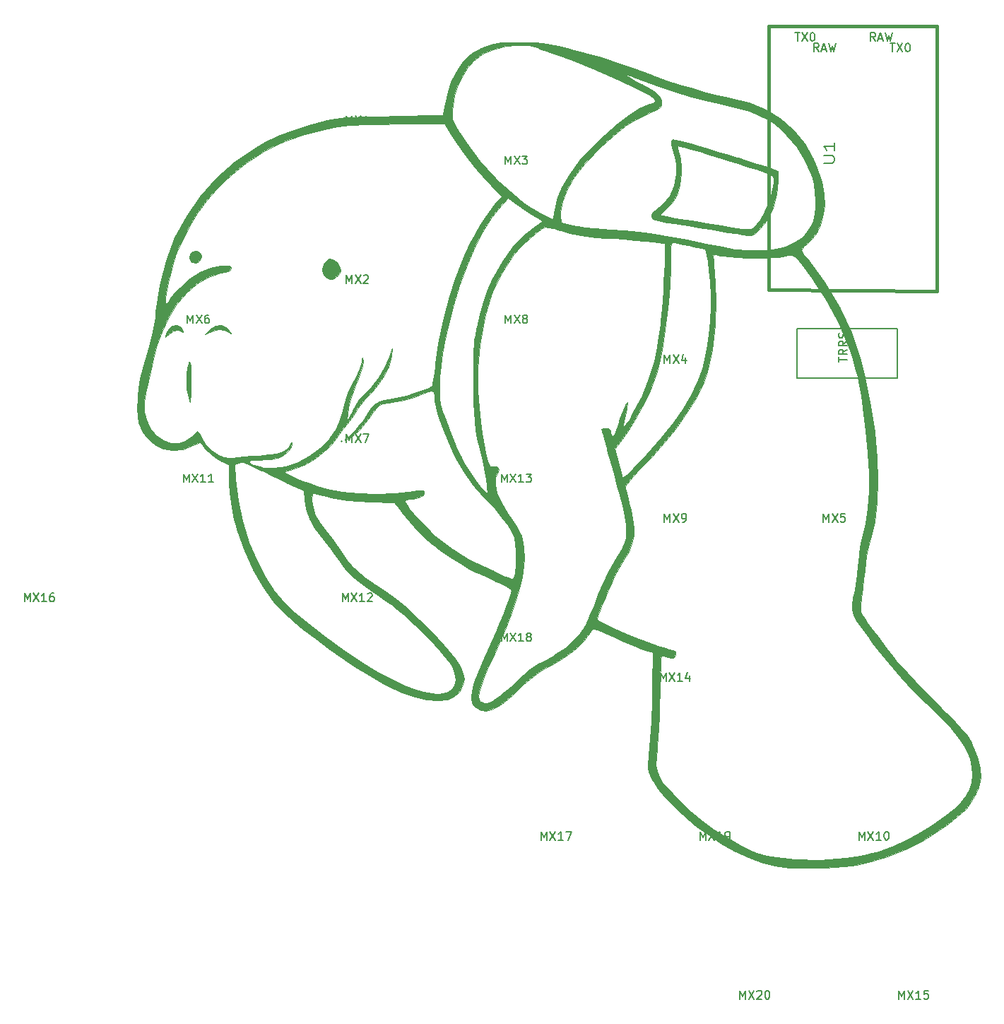
<source format=gbr>
G04 #@! TF.GenerationSoftware,KiCad,Pcbnew,(5.1.4-0)*
G04 #@! TF.CreationDate,2021-02-04T00:36:41-05:00*
G04 #@! TF.ProjectId,mxnatee,6d786e61-7465-4652-9e6b-696361645f70,rev?*
G04 #@! TF.SameCoordinates,Original*
G04 #@! TF.FileFunction,Legend,Top*
G04 #@! TF.FilePolarity,Positive*
%FSLAX46Y46*%
G04 Gerber Fmt 4.6, Leading zero omitted, Abs format (unit mm)*
G04 Created by KiCad (PCBNEW (5.1.4-0)) date 2021-02-04 00:36:41*
%MOMM*%
%LPD*%
G04 APERTURE LIST*
%ADD10C,0.010000*%
%ADD11C,0.150000*%
%ADD12C,0.381000*%
%ADD13C,0.203200*%
G04 APERTURE END LIST*
D10*
G36*
X102882648Y-40430213D02*
G01*
X103420451Y-40539532D01*
X104171030Y-40726860D01*
X105067900Y-40976144D01*
X105592605Y-41131766D01*
X106765667Y-41487131D01*
X108042497Y-41873600D01*
X109280067Y-42247900D01*
X110335349Y-42566760D01*
X110471857Y-42607972D01*
X111466308Y-42913784D01*
X112483125Y-43235979D01*
X113391095Y-43532492D01*
X113964357Y-43727660D01*
X115279715Y-44190175D01*
X115279715Y-45402944D01*
X115112371Y-47027610D01*
X114634176Y-48619009D01*
X113880883Y-50084342D01*
X113068115Y-51142938D01*
X112529718Y-51647006D01*
X112089565Y-51900441D01*
X111945536Y-51921747D01*
X111645996Y-51886475D01*
X111054951Y-51801888D01*
X110238867Y-51678037D01*
X109264207Y-51524971D01*
X108385429Y-51383429D01*
X107125266Y-51178767D01*
X105773385Y-50960155D01*
X104459293Y-50748475D01*
X103312501Y-50564612D01*
X102865340Y-50493300D01*
X101967741Y-50338665D01*
X101190094Y-50182585D01*
X100608332Y-50041871D01*
X100298388Y-49933339D01*
X100279983Y-49920832D01*
X100055090Y-49571839D01*
X100083961Y-49492527D01*
X101157337Y-49492527D01*
X101356276Y-49547580D01*
X101852819Y-49645900D01*
X102585798Y-49776471D01*
X103494041Y-49928276D01*
X104224306Y-50044876D01*
X105423004Y-50234014D01*
X106684925Y-50435362D01*
X107884973Y-50628818D01*
X108898055Y-50794286D01*
X109201857Y-50844623D01*
X110276534Y-51021039D01*
X111056475Y-51132357D01*
X111604876Y-51173068D01*
X111984931Y-51137667D01*
X112259835Y-51020645D01*
X112492783Y-50816496D01*
X112732705Y-50536928D01*
X113115559Y-49999938D01*
X113535657Y-49298529D01*
X113835522Y-48719964D01*
X114122560Y-48008770D01*
X114377486Y-47187905D01*
X114578559Y-46355281D01*
X114704041Y-45608810D01*
X114732191Y-45046402D01*
X114695960Y-44844691D01*
X114485613Y-44682344D01*
X113992164Y-44455219D01*
X113283237Y-44191577D01*
X112623369Y-43978517D01*
X111599093Y-43663209D01*
X110403286Y-43289199D01*
X109209189Y-42910911D01*
X108476143Y-42675630D01*
X107068492Y-42227495D01*
X105827650Y-41846229D01*
X104788729Y-41541782D01*
X103986841Y-41324099D01*
X103457099Y-41203127D01*
X103234614Y-41188815D01*
X103232950Y-41190241D01*
X103240838Y-41391407D01*
X103348054Y-41815300D01*
X103433601Y-42082705D01*
X103595908Y-42783220D01*
X103651678Y-43668304D01*
X103630433Y-44472294D01*
X103462021Y-45896906D01*
X103102245Y-47059539D01*
X102526151Y-48020665D01*
X101891392Y-48686319D01*
X101472915Y-49078823D01*
X101209535Y-49373443D01*
X101157337Y-49492527D01*
X100083961Y-49492527D01*
X100187796Y-49207285D01*
X100538643Y-48920936D01*
X101551460Y-48123906D01*
X102292186Y-47139823D01*
X102782216Y-45931383D01*
X103031602Y-44574546D01*
X103029191Y-43354937D01*
X102849770Y-42508714D01*
X102603156Y-41638098D01*
X102468322Y-41051220D01*
X102438873Y-40688742D01*
X102508412Y-40491328D01*
X102624105Y-40414957D01*
X102882648Y-40430213D01*
X102882648Y-40430213D01*
G37*
X102882648Y-40430213D02*
X103420451Y-40539532D01*
X104171030Y-40726860D01*
X105067900Y-40976144D01*
X105592605Y-41131766D01*
X106765667Y-41487131D01*
X108042497Y-41873600D01*
X109280067Y-42247900D01*
X110335349Y-42566760D01*
X110471857Y-42607972D01*
X111466308Y-42913784D01*
X112483125Y-43235979D01*
X113391095Y-43532492D01*
X113964357Y-43727660D01*
X115279715Y-44190175D01*
X115279715Y-45402944D01*
X115112371Y-47027610D01*
X114634176Y-48619009D01*
X113880883Y-50084342D01*
X113068115Y-51142938D01*
X112529718Y-51647006D01*
X112089565Y-51900441D01*
X111945536Y-51921747D01*
X111645996Y-51886475D01*
X111054951Y-51801888D01*
X110238867Y-51678037D01*
X109264207Y-51524971D01*
X108385429Y-51383429D01*
X107125266Y-51178767D01*
X105773385Y-50960155D01*
X104459293Y-50748475D01*
X103312501Y-50564612D01*
X102865340Y-50493300D01*
X101967741Y-50338665D01*
X101190094Y-50182585D01*
X100608332Y-50041871D01*
X100298388Y-49933339D01*
X100279983Y-49920832D01*
X100055090Y-49571839D01*
X100083961Y-49492527D01*
X101157337Y-49492527D01*
X101356276Y-49547580D01*
X101852819Y-49645900D01*
X102585798Y-49776471D01*
X103494041Y-49928276D01*
X104224306Y-50044876D01*
X105423004Y-50234014D01*
X106684925Y-50435362D01*
X107884973Y-50628818D01*
X108898055Y-50794286D01*
X109201857Y-50844623D01*
X110276534Y-51021039D01*
X111056475Y-51132357D01*
X111604876Y-51173068D01*
X111984931Y-51137667D01*
X112259835Y-51020645D01*
X112492783Y-50816496D01*
X112732705Y-50536928D01*
X113115559Y-49999938D01*
X113535657Y-49298529D01*
X113835522Y-48719964D01*
X114122560Y-48008770D01*
X114377486Y-47187905D01*
X114578559Y-46355281D01*
X114704041Y-45608810D01*
X114732191Y-45046402D01*
X114695960Y-44844691D01*
X114485613Y-44682344D01*
X113992164Y-44455219D01*
X113283237Y-44191577D01*
X112623369Y-43978517D01*
X111599093Y-43663209D01*
X110403286Y-43289199D01*
X109209189Y-42910911D01*
X108476143Y-42675630D01*
X107068492Y-42227495D01*
X105827650Y-41846229D01*
X104788729Y-41541782D01*
X103986841Y-41324099D01*
X103457099Y-41203127D01*
X103234614Y-41188815D01*
X103232950Y-41190241D01*
X103240838Y-41391407D01*
X103348054Y-41815300D01*
X103433601Y-42082705D01*
X103595908Y-42783220D01*
X103651678Y-43668304D01*
X103630433Y-44472294D01*
X103462021Y-45896906D01*
X103102245Y-47059539D01*
X102526151Y-48020665D01*
X101891392Y-48686319D01*
X101472915Y-49078823D01*
X101209535Y-49373443D01*
X101157337Y-49492527D01*
X100083961Y-49492527D01*
X100187796Y-49207285D01*
X100538643Y-48920936D01*
X101551460Y-48123906D01*
X102292186Y-47139823D01*
X102782216Y-45931383D01*
X103031602Y-44574546D01*
X103029191Y-43354937D01*
X102849770Y-42508714D01*
X102603156Y-41638098D01*
X102468322Y-41051220D01*
X102438873Y-40688742D01*
X102508412Y-40491328D01*
X102624105Y-40414957D01*
X102882648Y-40430213D01*
G36*
X45646514Y-53788715D02*
G01*
X45993212Y-53975923D01*
X46131218Y-54329445D01*
X46077372Y-54731341D01*
X45848512Y-55063670D01*
X45461474Y-55208489D01*
X45443785Y-55208714D01*
X45049007Y-55086946D01*
X44921714Y-54991000D01*
X44710047Y-54583037D01*
X44788191Y-54178882D01*
X45096014Y-53878282D01*
X45573384Y-53780983D01*
X45646514Y-53788715D01*
X45646514Y-53788715D01*
G37*
X45646514Y-53788715D02*
X45993212Y-53975923D01*
X46131218Y-54329445D01*
X46077372Y-54731341D01*
X45848512Y-55063670D01*
X45461474Y-55208489D01*
X45443785Y-55208714D01*
X45049007Y-55086946D01*
X44921714Y-54991000D01*
X44710047Y-54583037D01*
X44788191Y-54178882D01*
X45096014Y-53878282D01*
X45573384Y-53780983D01*
X45646514Y-53788715D01*
G36*
X61905899Y-54738836D02*
G01*
X62388867Y-55097148D01*
X62401533Y-55109753D01*
X62774824Y-55671396D01*
X62799329Y-56229221D01*
X62475938Y-56736512D01*
X62368819Y-56828403D01*
X61907798Y-57130261D01*
X61539481Y-57168530D01*
X61118765Y-56953692D01*
X61072941Y-56921998D01*
X60756020Y-56501552D01*
X60665258Y-55933568D01*
X60803606Y-55356592D01*
X61032572Y-55027285D01*
X61476895Y-54716939D01*
X61905899Y-54738836D01*
X61905899Y-54738836D01*
G37*
X61905899Y-54738836D02*
X62388867Y-55097148D01*
X62401533Y-55109753D01*
X62774824Y-55671396D01*
X62799329Y-56229221D01*
X62475938Y-56736512D01*
X62368819Y-56828403D01*
X61907798Y-57130261D01*
X61539481Y-57168530D01*
X61118765Y-56953692D01*
X61072941Y-56921998D01*
X60756020Y-56501552D01*
X60665258Y-55933568D01*
X60803606Y-55356592D01*
X61032572Y-55027285D01*
X61476895Y-54716939D01*
X61905899Y-54738836D01*
G36*
X49147245Y-62887124D02*
G01*
X49654440Y-63479809D01*
X49696876Y-63554428D01*
X49737837Y-63692263D01*
X49554941Y-63570493D01*
X49483401Y-63509071D01*
X48973117Y-63268428D01*
X48283183Y-63202175D01*
X47553554Y-63312889D01*
X47153286Y-63466162D01*
X46609000Y-63738517D01*
X47201505Y-63192901D01*
X47886991Y-62738775D01*
X48546833Y-62638481D01*
X49147245Y-62887124D01*
X49147245Y-62887124D01*
G37*
X49147245Y-62887124D02*
X49654440Y-63479809D01*
X49696876Y-63554428D01*
X49737837Y-63692263D01*
X49554941Y-63570493D01*
X49483401Y-63509071D01*
X48973117Y-63268428D01*
X48283183Y-63202175D01*
X47553554Y-63312889D01*
X47153286Y-63466162D01*
X46609000Y-63738517D01*
X47201505Y-63192901D01*
X47886991Y-62738775D01*
X48546833Y-62638481D01*
X49147245Y-62887124D01*
G36*
X43661671Y-62829716D02*
G01*
X43790474Y-62998215D01*
X43954912Y-63375789D01*
X43941989Y-63526766D01*
X43760572Y-63409285D01*
X43327025Y-63204108D01*
X42801351Y-63321667D01*
X42309999Y-63679086D01*
X41991124Y-63954894D01*
X41813983Y-64050440D01*
X41801143Y-64032934D01*
X41908909Y-63679566D01*
X42163032Y-63241529D01*
X42459747Y-62879013D01*
X42625700Y-62759985D01*
X43223680Y-62653260D01*
X43661671Y-62829716D01*
X43661671Y-62829716D01*
G37*
X43661671Y-62829716D02*
X43790474Y-62998215D01*
X43954912Y-63375789D01*
X43941989Y-63526766D01*
X43760572Y-63409285D01*
X43327025Y-63204108D01*
X42801351Y-63321667D01*
X42309999Y-63679086D01*
X41991124Y-63954894D01*
X41813983Y-64050440D01*
X41801143Y-64032934D01*
X41908909Y-63679566D01*
X42163032Y-63241529D01*
X42459747Y-62879013D01*
X42625700Y-62759985D01*
X43223680Y-62653260D01*
X43661671Y-62829716D01*
G36*
X44810747Y-67167238D02*
G01*
X44849557Y-67572930D01*
X44871465Y-68269005D01*
X44879860Y-69291278D01*
X44879912Y-69314785D01*
X44877084Y-70236319D01*
X44865562Y-71012879D01*
X44847016Y-71580124D01*
X44823116Y-71873710D01*
X44812810Y-71900143D01*
X44733815Y-71740324D01*
X44609025Y-71329993D01*
X44518025Y-70974046D01*
X44413412Y-70287287D01*
X44373600Y-69457256D01*
X44394183Y-68597549D01*
X44470758Y-67821766D01*
X44598920Y-67243504D01*
X44668873Y-67083729D01*
X44751649Y-67016110D01*
X44810747Y-67167238D01*
X44810747Y-67167238D01*
G37*
X44810747Y-67167238D02*
X44849557Y-67572930D01*
X44871465Y-68269005D01*
X44879860Y-69291278D01*
X44879912Y-69314785D01*
X44877084Y-70236319D01*
X44865562Y-71012879D01*
X44847016Y-71580124D01*
X44823116Y-71873710D01*
X44812810Y-71900143D01*
X44733815Y-71740324D01*
X44609025Y-71329993D01*
X44518025Y-70974046D01*
X44413412Y-70287287D01*
X44373600Y-69457256D01*
X44394183Y-68597549D01*
X44470758Y-67821766D01*
X44598920Y-67243504D01*
X44668873Y-67083729D01*
X44751649Y-67016110D01*
X44810747Y-67167238D01*
G36*
X63028286Y-76526571D02*
G01*
X62937572Y-76617285D01*
X62846857Y-76526571D01*
X62937572Y-76435857D01*
X63028286Y-76526571D01*
X63028286Y-76526571D01*
G37*
X63028286Y-76526571D02*
X62937572Y-76617285D01*
X62846857Y-76526571D01*
X62937572Y-76435857D01*
X63028286Y-76526571D01*
G36*
X84411282Y-28751984D02*
G01*
X85058466Y-28772401D01*
X86154800Y-28825517D01*
X87084295Y-28905039D01*
X87965352Y-29028792D01*
X88916372Y-29214603D01*
X90055756Y-29480298D01*
X90514715Y-29593904D01*
X92175675Y-30040078D01*
X94057081Y-30598159D01*
X96047920Y-31232402D01*
X98037180Y-31907062D01*
X99913848Y-32586393D01*
X100493286Y-32806959D01*
X101897361Y-33319384D01*
X103448304Y-33835040D01*
X105054450Y-34327264D01*
X106624135Y-34769392D01*
X108065697Y-35134760D01*
X109287473Y-35396704D01*
X109564715Y-35445728D01*
X111794384Y-35980346D01*
X113808707Y-36801640D01*
X115597911Y-37901763D01*
X117152219Y-39272866D01*
X118461856Y-40907102D01*
X119517048Y-42796621D01*
X119917524Y-43757915D01*
X120462091Y-45436057D01*
X120751893Y-46926727D01*
X120795136Y-48292479D01*
X120652576Y-49362052D01*
X120324907Y-50588135D01*
X119886083Y-51554827D01*
X119283740Y-52360800D01*
X118825157Y-52805563D01*
X118388779Y-53209479D01*
X118090052Y-53523856D01*
X118001143Y-53660508D01*
X118109077Y-53855786D01*
X118391786Y-54242032D01*
X118780352Y-54726206D01*
X120857016Y-57493290D01*
X122607568Y-60415837D01*
X124036460Y-63502991D01*
X125148142Y-66763896D01*
X125689969Y-68922281D01*
X126346476Y-72279783D01*
X126817537Y-75476737D01*
X127102561Y-78489518D01*
X127200958Y-81294503D01*
X127112135Y-83868067D01*
X126835503Y-86186585D01*
X126370469Y-88226434D01*
X126187333Y-88800336D01*
X126004352Y-89479143D01*
X125841441Y-90338332D01*
X125732954Y-91195705D01*
X125730663Y-91222285D01*
X125647447Y-92058463D01*
X125527133Y-93086163D01*
X125389814Y-94138584D01*
X125321452Y-94619257D01*
X125213081Y-95459978D01*
X125145353Y-96202278D01*
X125125335Y-96751466D01*
X125145387Y-96977828D01*
X125218771Y-97159474D01*
X125374875Y-97432415D01*
X125634119Y-97824924D01*
X126016921Y-98365273D01*
X126543700Y-99081736D01*
X127234875Y-100002586D01*
X128110866Y-101156096D01*
X129058050Y-102395521D01*
X129497237Y-102927158D01*
X130150375Y-103661796D01*
X130970920Y-104549837D01*
X131912327Y-105541682D01*
X132928054Y-106587730D01*
X133971555Y-107638383D01*
X134066060Y-107732285D01*
X135182707Y-108844058D01*
X136071974Y-109740792D01*
X136766684Y-110460349D01*
X137299659Y-111040592D01*
X137703722Y-111519384D01*
X138011697Y-111934589D01*
X138256406Y-112324070D01*
X138470672Y-112725689D01*
X138568755Y-112926408D01*
X139165468Y-114367783D01*
X139479288Y-115652993D01*
X139513639Y-116848780D01*
X139271946Y-118021884D01*
X138880054Y-118993232D01*
X138398277Y-119817690D01*
X137740050Y-120621215D01*
X136861059Y-121447382D01*
X135716993Y-122339766D01*
X134874000Y-122932532D01*
X132661263Y-124334498D01*
X130521600Y-125455674D01*
X128360236Y-126336974D01*
X126082397Y-127019310D01*
X124658503Y-127342477D01*
X124019212Y-127436038D01*
X123104539Y-127521781D01*
X122001933Y-127596181D01*
X120798844Y-127655710D01*
X119582721Y-127696842D01*
X118441012Y-127716052D01*
X117461168Y-127709813D01*
X116730639Y-127674599D01*
X116640429Y-127665792D01*
X114852920Y-127405046D01*
X113224541Y-127010104D01*
X111653356Y-126444969D01*
X110037426Y-125673645D01*
X108476143Y-124782842D01*
X106996558Y-123817972D01*
X105534447Y-122736961D01*
X104140114Y-121586259D01*
X102863858Y-120412317D01*
X101755981Y-119261583D01*
X100866785Y-118180507D01*
X100246571Y-117215539D01*
X100214809Y-117154092D01*
X99944052Y-116604613D01*
X99777588Y-116177399D01*
X99697264Y-115760010D01*
X99684926Y-115240002D01*
X99722422Y-114504934D01*
X99741069Y-114219711D01*
X99815280Y-113229846D01*
X99908831Y-112166116D01*
X100004605Y-111219446D01*
X100029886Y-110998000D01*
X100083362Y-110361952D01*
X100131053Y-109446150D01*
X100170108Y-108333685D01*
X100197674Y-107107649D01*
X100210898Y-105851133D01*
X100211361Y-105712097D01*
X100221143Y-101877623D01*
X99314430Y-101581052D01*
X98830217Y-101401071D01*
X98100006Y-101102724D01*
X97206630Y-100721056D01*
X96232922Y-100291115D01*
X95756840Y-100075841D01*
X94758140Y-99624815D01*
X94037605Y-99313800D01*
X93545687Y-99127018D01*
X93232837Y-99048690D01*
X93049510Y-99063039D01*
X92946156Y-99154287D01*
X92932836Y-99176559D01*
X92735664Y-99462919D01*
X92376885Y-99930111D01*
X91930082Y-100482647D01*
X91878585Y-100544697D01*
X91197438Y-101261936D01*
X90351474Y-101956943D01*
X89286345Y-102668341D01*
X87947701Y-103434753D01*
X87409713Y-103720418D01*
X86341760Y-104390521D01*
X85206206Y-105303926D01*
X84688285Y-105785409D01*
X83491205Y-106908494D01*
X82482495Y-107759662D01*
X81631618Y-108356387D01*
X80908037Y-108716143D01*
X80281217Y-108856401D01*
X79720622Y-108794636D01*
X79540456Y-108731041D01*
X78954587Y-108389362D01*
X78596738Y-107921861D01*
X78464821Y-107294283D01*
X78556747Y-106472371D01*
X78870425Y-105421867D01*
X79276401Y-104401387D01*
X79719197Y-103375028D01*
X80232001Y-102198152D01*
X80736009Y-101051182D01*
X80991289Y-100475143D01*
X81461047Y-99395384D01*
X81930916Y-98272357D01*
X82372414Y-97178290D01*
X82757059Y-96185411D01*
X83056367Y-95365949D01*
X83241858Y-94792134D01*
X83261703Y-94717560D01*
X83291483Y-94511695D01*
X83228880Y-94335243D01*
X83022016Y-94148555D01*
X82619011Y-93911979D01*
X81967986Y-93585864D01*
X81464493Y-93343978D01*
X80666195Y-92968609D01*
X79953306Y-92644271D01*
X79409440Y-92408340D01*
X79136853Y-92303470D01*
X78722314Y-92120294D01*
X78086081Y-91772446D01*
X77301567Y-91306391D01*
X76442183Y-90768592D01*
X75581342Y-90205511D01*
X74792457Y-89663612D01*
X74148939Y-89189359D01*
X73903873Y-88991474D01*
X73018066Y-88179389D01*
X72021733Y-87162936D01*
X71006087Y-86039355D01*
X70062341Y-84905886D01*
X70013286Y-84843862D01*
X69287572Y-83923479D01*
X66384715Y-83820272D01*
X64931411Y-83749717D01*
X63723617Y-83643850D01*
X62644637Y-83489110D01*
X61577775Y-83271938D01*
X61489453Y-83251461D01*
X60691990Y-83066048D01*
X60037490Y-82915667D01*
X59598666Y-82816904D01*
X59448381Y-82785857D01*
X59421915Y-82948665D01*
X59409249Y-83362823D01*
X59409851Y-83647643D01*
X59510074Y-84533865D01*
X59811584Y-85403706D01*
X60348053Y-86329129D01*
X61153151Y-87382095D01*
X61162396Y-87393180D01*
X61792145Y-88184906D01*
X62456031Y-89078720D01*
X63029740Y-89906130D01*
X63129233Y-90058963D01*
X63707212Y-90906785D01*
X64279095Y-91605079D01*
X64925792Y-92231713D01*
X65728215Y-92864556D01*
X66767278Y-93581474D01*
X66838286Y-93628448D01*
X68262986Y-94598012D01*
X69512212Y-95519539D01*
X70678548Y-96469735D01*
X71854576Y-97525309D01*
X73132879Y-98762967D01*
X73595282Y-99226789D01*
X74892095Y-100576849D01*
X75915209Y-101738328D01*
X76681824Y-102739539D01*
X77209142Y-103608793D01*
X77514363Y-104374402D01*
X77614688Y-105064678D01*
X77529065Y-105701638D01*
X77133207Y-106520539D01*
X76476764Y-107115377D01*
X75585712Y-107484685D01*
X74486023Y-107626997D01*
X73203674Y-107540848D01*
X71764637Y-107224770D01*
X70194888Y-106677297D01*
X69079464Y-106178611D01*
X67715494Y-105465603D01*
X66212533Y-104590727D01*
X64618966Y-103589378D01*
X62983179Y-102496952D01*
X61353554Y-101348846D01*
X59778477Y-100180454D01*
X58306333Y-99027173D01*
X56985506Y-97924398D01*
X55864381Y-96907525D01*
X54991342Y-96011951D01*
X54684221Y-95647743D01*
X53494092Y-93938357D01*
X52369507Y-91916381D01*
X51334036Y-89629646D01*
X50411245Y-87125982D01*
X50268655Y-86686571D01*
X50085203Y-85966601D01*
X49899088Y-84991555D01*
X49725057Y-83868794D01*
X49577861Y-82705682D01*
X49472246Y-81609580D01*
X49422962Y-80687852D01*
X49421143Y-80517077D01*
X49421143Y-79349344D01*
X49406676Y-79342500D01*
X50113278Y-79342500D01*
X50237320Y-81109535D01*
X50542696Y-83618953D01*
X51093549Y-86142393D01*
X51863709Y-88605106D01*
X52827007Y-90932343D01*
X53957274Y-93049356D01*
X54918574Y-94480712D01*
X55933626Y-95677230D01*
X57274724Y-96990616D01*
X58928262Y-98410066D01*
X60880633Y-99924774D01*
X63118229Y-101523936D01*
X65627442Y-103196747D01*
X66978271Y-104056528D01*
X68071655Y-104686669D01*
X69262901Y-105278187D01*
X70487824Y-105807925D01*
X71682238Y-106252729D01*
X72781959Y-106589443D01*
X73722800Y-106794911D01*
X74440576Y-106845977D01*
X74639715Y-106820469D01*
X75004275Y-106744150D01*
X75499651Y-106643220D01*
X75501275Y-106642893D01*
X76124458Y-106362622D01*
X76502486Y-105849186D01*
X76625934Y-105145278D01*
X76485377Y-104293589D01*
X76184170Y-103549694D01*
X75877289Y-103075480D01*
X75350401Y-102407085D01*
X74650917Y-101595587D01*
X73826248Y-100692066D01*
X72923806Y-99747599D01*
X71991002Y-98813265D01*
X71075248Y-97940144D01*
X70467086Y-97390386D01*
X69821727Y-96858204D01*
X68987346Y-96220309D01*
X68081725Y-95564730D01*
X67382800Y-95085171D01*
X66067516Y-94186420D01*
X65021714Y-93412903D01*
X64194541Y-92719415D01*
X63535143Y-92060749D01*
X62992666Y-91391700D01*
X62640543Y-90869612D01*
X62155987Y-90151139D01*
X61535124Y-89303936D01*
X60883379Y-88469884D01*
X60622487Y-88153702D01*
X59710152Y-86948939D01*
X59083795Y-85813086D01*
X58702783Y-84656972D01*
X58540970Y-83585788D01*
X58447526Y-82480719D01*
X56519692Y-81609961D01*
X55702436Y-81230620D01*
X54964464Y-80869627D01*
X54394768Y-80571607D01*
X54110279Y-80401816D01*
X53709867Y-80165448D01*
X53413769Y-80064477D01*
X53409960Y-80064428D01*
X53145196Y-79983787D01*
X52671618Y-79773515D01*
X52155208Y-79512239D01*
X51549839Y-79211276D01*
X51138734Y-79079438D01*
X50810333Y-79090560D01*
X50616237Y-79151275D01*
X50113278Y-79342500D01*
X49406676Y-79342500D01*
X48439367Y-78884890D01*
X47799327Y-78509307D01*
X47151711Y-78011442D01*
X46591558Y-77476596D01*
X46213910Y-76990072D01*
X46129536Y-76811749D01*
X45960411Y-76736842D01*
X45549652Y-76867001D01*
X45153353Y-77057668D01*
X43925222Y-77522238D01*
X42720210Y-77657137D01*
X41583516Y-77468994D01*
X40560341Y-76964439D01*
X39796528Y-76271890D01*
X39231567Y-75570575D01*
X38851896Y-74957039D01*
X38623207Y-74326547D01*
X38511193Y-73574362D01*
X38481546Y-72595747D01*
X38483372Y-72263000D01*
X38499797Y-71843957D01*
X39309819Y-71843957D01*
X39325448Y-73044862D01*
X39601254Y-74143911D01*
X40096927Y-75102528D01*
X40772158Y-75882137D01*
X41586639Y-76444163D01*
X42500060Y-76750030D01*
X43472113Y-76761163D01*
X44225794Y-76548557D01*
X44759565Y-76231407D01*
X45198578Y-75822842D01*
X45481837Y-75499099D01*
X45669858Y-75348632D01*
X45678924Y-75347285D01*
X45815088Y-75494506D01*
X46041096Y-75868591D01*
X46172216Y-76118357D01*
X46693073Y-76988345D01*
X47304586Y-77622484D01*
X48130721Y-78146249D01*
X48222448Y-78193592D01*
X48879074Y-78476830D01*
X49444585Y-78572415D01*
X49946019Y-78541715D01*
X50459370Y-78488429D01*
X51228303Y-78421306D01*
X52146248Y-78349172D01*
X53049715Y-78284685D01*
X54276525Y-78177132D01*
X55196385Y-78031058D01*
X55864670Y-77827621D01*
X56336752Y-77547982D01*
X56668006Y-77173297D01*
X56757137Y-77023219D01*
X56941780Y-76714296D01*
X57018439Y-76711625D01*
X57033879Y-76899195D01*
X56887174Y-77315359D01*
X56494168Y-77780635D01*
X55946823Y-78212822D01*
X55337102Y-78529722D01*
X55136143Y-78595462D01*
X54554670Y-78701865D01*
X53799584Y-78773787D01*
X53216024Y-78793416D01*
X52588115Y-78810905D01*
X52113149Y-78855638D01*
X51901821Y-78914226D01*
X51911073Y-79098808D01*
X52210927Y-79313707D01*
X52734790Y-79525394D01*
X53416068Y-79700340D01*
X53491971Y-79714834D01*
X54852704Y-79794100D01*
X56292454Y-79571972D01*
X57742916Y-79078659D01*
X59135782Y-78344371D01*
X60402746Y-77399318D01*
X61475501Y-76273709D01*
X61580757Y-76137462D01*
X62221328Y-75203680D01*
X62688055Y-74291378D01*
X63039121Y-73266393D01*
X63294078Y-72186726D01*
X63698261Y-70790501D01*
X64210162Y-69737440D01*
X64712822Y-68823700D01*
X65105358Y-67923247D01*
X65346099Y-67140540D01*
X65401181Y-66751975D01*
X65444306Y-66536860D01*
X65505624Y-66589186D01*
X65531869Y-66979472D01*
X65432239Y-67597550D01*
X65233878Y-68342199D01*
X64963929Y-69112196D01*
X64649537Y-69806320D01*
X64636143Y-69831596D01*
X64407286Y-70356722D01*
X64174305Y-71050059D01*
X63957353Y-71825790D01*
X63776583Y-72598103D01*
X63652147Y-73281183D01*
X63604197Y-73789214D01*
X63649448Y-74033210D01*
X63763145Y-73928434D01*
X63976180Y-73563565D01*
X64246266Y-73012587D01*
X64298290Y-72897990D01*
X64971514Y-71715962D01*
X65668069Y-70947114D01*
X66549788Y-70038680D01*
X67390670Y-68935870D01*
X68102792Y-67767537D01*
X68598228Y-66662533D01*
X68604892Y-66643218D01*
X69010785Y-65459428D01*
X68903091Y-66366571D01*
X68585452Y-67626201D01*
X67939507Y-68927437D01*
X66989671Y-70226720D01*
X66349933Y-70921330D01*
X65746020Y-71564937D01*
X65204524Y-72204783D01*
X64804854Y-72744190D01*
X64676449Y-72958713D01*
X64337777Y-73519958D01*
X63878669Y-74157773D01*
X63605204Y-74493154D01*
X63127658Y-75079778D01*
X62680912Y-75685021D01*
X62486988Y-75977452D01*
X61739991Y-76947498D01*
X60751583Y-77887512D01*
X59614738Y-78731947D01*
X58422431Y-79415258D01*
X57267637Y-79871900D01*
X56806462Y-79982115D01*
X56377748Y-80109977D01*
X56185286Y-80270823D01*
X56186395Y-80312325D01*
X56381939Y-80467419D01*
X56852444Y-80706537D01*
X57527604Y-81002097D01*
X58337110Y-81326516D01*
X59210658Y-81652212D01*
X60077941Y-81951601D01*
X60868652Y-82197100D01*
X61260017Y-82302817D01*
X62979616Y-82625701D01*
X64957618Y-82812112D01*
X67115639Y-82860635D01*
X69375295Y-82769851D01*
X71658202Y-82538344D01*
X71963643Y-82496269D01*
X72482448Y-82436806D01*
X72736933Y-82470741D01*
X72819608Y-82625596D01*
X72825429Y-82752668D01*
X72720514Y-83047824D01*
X72355464Y-83255134D01*
X72145072Y-83320603D01*
X71589026Y-83446938D01*
X71116814Y-83509221D01*
X71067208Y-83510559D01*
X70749555Y-83537635D01*
X70583521Y-83638604D01*
X70585820Y-83846039D01*
X70773166Y-84192515D01*
X71162272Y-84710605D01*
X71769853Y-85432882D01*
X72453654Y-86212603D01*
X74141991Y-87882791D01*
X76109841Y-89415742D01*
X78284114Y-90759865D01*
X80264000Y-91725724D01*
X81034169Y-92063972D01*
X81827384Y-92423376D01*
X82350429Y-92668379D01*
X82882745Y-92901191D01*
X83290423Y-93038336D01*
X83438345Y-93055342D01*
X83581756Y-92862393D01*
X83715832Y-92441944D01*
X83745389Y-92295956D01*
X83835125Y-91519788D01*
X83870247Y-90598716D01*
X83853721Y-89650567D01*
X83788516Y-88793168D01*
X83677600Y-88144344D01*
X83637481Y-88012507D01*
X83317397Y-87357797D01*
X82780340Y-86527238D01*
X82078172Y-85588686D01*
X81262755Y-84609997D01*
X80385953Y-83659028D01*
X80058764Y-83330143D01*
X78722132Y-81854127D01*
X77542389Y-80192425D01*
X76482878Y-78286741D01*
X75520463Y-76112712D01*
X74958334Y-74653835D01*
X74548932Y-73468389D01*
X74278208Y-72507549D01*
X74132113Y-71722486D01*
X74095429Y-71159804D01*
X74022444Y-70723431D01*
X73779345Y-70539984D01*
X73329916Y-70602839D01*
X72655355Y-70896531D01*
X71682565Y-71289385D01*
X70433292Y-71636153D01*
X68993133Y-71914465D01*
X68471143Y-71990061D01*
X67936823Y-72084904D01*
X67532243Y-72245742D01*
X67170398Y-72537228D01*
X66764281Y-73024014D01*
X66394715Y-73533000D01*
X65706685Y-74460207D01*
X65120011Y-75142135D01*
X64564670Y-75653342D01*
X64075106Y-76002851D01*
X63553300Y-76318995D01*
X63323065Y-76419897D01*
X63389192Y-76312627D01*
X63756473Y-76004258D01*
X63966682Y-75842854D01*
X64429648Y-75413159D01*
X64980321Y-74784013D01*
X65522216Y-74068597D01*
X65691062Y-73820118D01*
X66242366Y-72991911D01*
X66672202Y-72412861D01*
X67057880Y-72028554D01*
X67476708Y-71784580D01*
X68005994Y-71626526D01*
X68723048Y-71499980D01*
X69060010Y-71448960D01*
X69866374Y-71296461D01*
X70760537Y-71076924D01*
X71665171Y-70815521D01*
X72502946Y-70537427D01*
X73196532Y-70267815D01*
X73440971Y-70145636D01*
X74665393Y-70145636D01*
X74701419Y-71260615D01*
X74817565Y-72093924D01*
X75055521Y-72939716D01*
X75415946Y-74008328D01*
X75859395Y-75200366D01*
X76346424Y-76416433D01*
X76837587Y-77557134D01*
X77293439Y-78523072D01*
X77584645Y-79066571D01*
X78059017Y-79837312D01*
X78586331Y-80625377D01*
X79121447Y-81371065D01*
X79619225Y-82014674D01*
X80034525Y-82496503D01*
X80322205Y-82756851D01*
X80396811Y-82785857D01*
X80416270Y-82622323D01*
X80399685Y-82199040D01*
X80363889Y-81754439D01*
X80275787Y-81116862D01*
X80121205Y-80267767D01*
X79926583Y-79346393D01*
X79821260Y-78896939D01*
X79482949Y-77473372D01*
X79221797Y-76266719D01*
X79027981Y-75190712D01*
X78891680Y-74159084D01*
X78803073Y-73085569D01*
X78752339Y-71883899D01*
X78730652Y-70529951D01*
X79240710Y-70529951D01*
X79479220Y-73387628D01*
X79810093Y-75619428D01*
X80044505Y-76950818D01*
X80237062Y-77962745D01*
X80399812Y-78694578D01*
X80544805Y-79185687D01*
X80684090Y-79475439D01*
X80829717Y-79603204D01*
X80993733Y-79608350D01*
X81027990Y-79598709D01*
X81437939Y-79607627D01*
X81630087Y-79706030D01*
X81793890Y-79911551D01*
X81715780Y-80163398D01*
X81621380Y-80305674D01*
X81369295Y-80963855D01*
X81362710Y-81810976D01*
X81585065Y-82784996D01*
X82019803Y-83823874D01*
X82650364Y-84865570D01*
X82942332Y-85254857D01*
X83871094Y-86586349D01*
X84481438Y-87876398D01*
X84797050Y-89204510D01*
X84841620Y-90650189D01*
X84774364Y-91403714D01*
X84568213Y-92764354D01*
X84271200Y-94135549D01*
X83865591Y-95571027D01*
X83333647Y-97124518D01*
X82657632Y-98849751D01*
X81819809Y-100800453D01*
X81270627Y-102017285D01*
X80577199Y-103564848D01*
X80049703Y-104822728D01*
X79680198Y-105819732D01*
X79460744Y-106584665D01*
X79383401Y-107146333D01*
X79440229Y-107533542D01*
X79623288Y-107775095D01*
X79674357Y-107808467D01*
X80072779Y-107968510D01*
X80484931Y-107940077D01*
X81011844Y-107703355D01*
X81397781Y-107470470D01*
X81864423Y-107130161D01*
X82500900Y-106605918D01*
X83221171Y-105971084D01*
X83894313Y-105342350D01*
X84745053Y-104567309D01*
X85570793Y-103895609D01*
X86285986Y-103394629D01*
X86580368Y-103226693D01*
X87166632Y-102925713D01*
X87647919Y-102670488D01*
X87884000Y-102537473D01*
X88229913Y-102326173D01*
X88673231Y-102057445D01*
X89760351Y-101336908D01*
X90621476Y-100603995D01*
X91381027Y-99752126D01*
X91415651Y-99708218D01*
X91713871Y-99315551D01*
X91970575Y-98935648D01*
X92212892Y-98511863D01*
X92467953Y-97987549D01*
X92489119Y-97938640D01*
X93547805Y-97938640D01*
X93721770Y-98034938D01*
X94144144Y-98254342D01*
X94738849Y-98557550D01*
X95050429Y-98714896D01*
X96078823Y-99203758D01*
X97269469Y-99723343D01*
X98528527Y-100236845D01*
X99762157Y-100707462D01*
X100876518Y-101098387D01*
X101777771Y-101372817D01*
X101921905Y-101409921D01*
X102536873Y-101572758D01*
X102870367Y-101710158D01*
X102995652Y-101873006D01*
X102985994Y-102112183D01*
X102979954Y-102144735D01*
X102899984Y-102396816D01*
X102732471Y-102510861D01*
X102400463Y-102494189D01*
X101827012Y-102354114D01*
X101562697Y-102279486D01*
X101445561Y-102254225D01*
X101354116Y-102280794D01*
X101283961Y-102399800D01*
X101230693Y-102651851D01*
X101189910Y-103077553D01*
X101157210Y-103717514D01*
X101128192Y-104612340D01*
X101098453Y-105802638D01*
X101076391Y-106765476D01*
X101037556Y-108160085D01*
X100985623Y-109560509D01*
X100924539Y-110885835D01*
X100858251Y-112055147D01*
X100790705Y-112987534D01*
X100754064Y-113373605D01*
X100654894Y-114460153D01*
X100640628Y-115333896D01*
X100740650Y-116066742D01*
X100984343Y-116730594D01*
X101401090Y-117397360D01*
X102020274Y-118138944D01*
X102871278Y-119027253D01*
X103198364Y-119355247D01*
X104684467Y-120776551D01*
X106082578Y-121972091D01*
X107497709Y-123023374D01*
X109034871Y-124011907D01*
X109710275Y-124409650D01*
X110887824Y-125064923D01*
X111864900Y-125547633D01*
X112736131Y-125896355D01*
X113596147Y-126149667D01*
X114396970Y-126320255D01*
X117306621Y-126694695D01*
X120300256Y-126750468D01*
X123415591Y-126487535D01*
X124606627Y-126309471D01*
X125576169Y-126132725D01*
X126530025Y-125931947D01*
X127345823Y-125734320D01*
X127819627Y-125595810D01*
X129103882Y-125092852D01*
X130551823Y-124407064D01*
X132054180Y-123594695D01*
X133501681Y-122711994D01*
X133786656Y-122524162D01*
X135212636Y-121531563D01*
X136337870Y-120650113D01*
X137192347Y-119841687D01*
X137806054Y-119068164D01*
X138208978Y-118291422D01*
X138431107Y-117473337D01*
X138502426Y-116575788D01*
X138502572Y-116528878D01*
X138450357Y-115560559D01*
X138277150Y-114653769D01*
X137958103Y-113768595D01*
X137468368Y-112865125D01*
X136783101Y-111903447D01*
X135877452Y-110843649D01*
X134726577Y-109645818D01*
X133440767Y-108397966D01*
X131883251Y-106862860D01*
X130328600Y-105222933D01*
X128850735Y-103561018D01*
X127523578Y-101959947D01*
X126528286Y-100652216D01*
X126078721Y-100030262D01*
X125541812Y-99288653D01*
X125097508Y-98675783D01*
X124598060Y-97952774D01*
X124284973Y-97364224D01*
X124138285Y-96803021D01*
X124138032Y-96162049D01*
X124264252Y-95334195D01*
X124373696Y-94792123D01*
X124556996Y-93782242D01*
X124726698Y-92612673D01*
X124854483Y-91486289D01*
X124884685Y-91131571D01*
X124977120Y-90194898D01*
X125106294Y-89262104D01*
X125251058Y-88475120D01*
X125326393Y-88167361D01*
X125737214Y-86427976D01*
X126013831Y-84577052D01*
X126156482Y-82576450D01*
X126165404Y-80388031D01*
X126040836Y-77973657D01*
X125783017Y-75295187D01*
X125424064Y-72535143D01*
X125205736Y-71080843D01*
X124997879Y-69879997D01*
X124774965Y-68824989D01*
X124511468Y-67808204D01*
X124181859Y-66722029D01*
X123760612Y-65458848D01*
X123711679Y-65316371D01*
X122540457Y-62425692D01*
X121043678Y-59586769D01*
X119258379Y-56865142D01*
X118050771Y-55299428D01*
X117603481Y-54766527D01*
X117253955Y-54441382D01*
X116900423Y-54293071D01*
X116441112Y-54290671D01*
X115774250Y-54403257D01*
X115370429Y-54485010D01*
X114723412Y-54564920D01*
X113811018Y-54609479D01*
X112728772Y-54620934D01*
X111572201Y-54601532D01*
X110436830Y-54553522D01*
X109418187Y-54479152D01*
X108611798Y-54380668D01*
X108299808Y-54318643D01*
X107833446Y-54223263D01*
X107541768Y-54201295D01*
X107506151Y-54213230D01*
X107494212Y-54412280D01*
X107518280Y-54894950D01*
X107573376Y-55584323D01*
X107637627Y-56244276D01*
X107837601Y-59490066D01*
X107751857Y-62618297D01*
X107383096Y-65588057D01*
X106868296Y-67887737D01*
X106616960Y-68751171D01*
X106360617Y-69481386D01*
X106052320Y-70183817D01*
X105645122Y-70963897D01*
X105092076Y-71927060D01*
X105000817Y-72081706D01*
X104087939Y-73494286D01*
X102934808Y-75065764D01*
X101590166Y-76735611D01*
X100102753Y-78443298D01*
X98521333Y-80128273D01*
X97920804Y-80760916D01*
X97426802Y-81313216D01*
X97088682Y-81727688D01*
X96955802Y-81946850D01*
X96955429Y-81952002D01*
X96997424Y-82202624D01*
X97112126Y-82730479D01*
X97282614Y-83461189D01*
X97491966Y-84320374D01*
X97518791Y-84428157D01*
X97825886Y-85796627D01*
X97979116Y-86926287D01*
X97962533Y-87908061D01*
X97760187Y-88832872D01*
X97356130Y-89791643D01*
X96734412Y-90875298D01*
X96259000Y-91610120D01*
X96021382Y-92024015D01*
X95705262Y-92653578D01*
X95337481Y-93436152D01*
X94944881Y-94309083D01*
X94554306Y-95209715D01*
X94192597Y-96075392D01*
X93886596Y-96843459D01*
X93663146Y-97451261D01*
X93549089Y-97836141D01*
X93547805Y-97938640D01*
X92489119Y-97938640D01*
X92762887Y-97306057D01*
X93124822Y-96410740D01*
X93580888Y-95244951D01*
X93698479Y-94941571D01*
X94315872Y-93436959D01*
X94922350Y-92165265D01*
X95579947Y-91003959D01*
X96102529Y-90193148D01*
X96519529Y-89517277D01*
X96821744Y-88865357D01*
X97008351Y-88188161D01*
X97078527Y-87436465D01*
X97031448Y-86561043D01*
X96866292Y-85512672D01*
X96582236Y-84242125D01*
X96178456Y-82700178D01*
X95964364Y-81929148D01*
X95648105Y-80793353D01*
X95326052Y-79619128D01*
X95029331Y-78521091D01*
X94789065Y-77613860D01*
X94760413Y-77503026D01*
X95678673Y-77503026D01*
X96649591Y-80940278D01*
X97145348Y-80573749D01*
X97439411Y-80311816D01*
X97917379Y-79835861D01*
X98523050Y-79203920D01*
X99200224Y-78474027D01*
X99520767Y-78120801D01*
X101251788Y-76130178D01*
X102703236Y-74304076D01*
X103897775Y-72606223D01*
X104858067Y-71000346D01*
X105606777Y-69450171D01*
X106166567Y-67919425D01*
X106387776Y-67129956D01*
X106722512Y-65563442D01*
X106984064Y-63852968D01*
X107159959Y-62120631D01*
X107237725Y-60488527D01*
X107207097Y-59109428D01*
X107080891Y-57427487D01*
X106962046Y-56082308D01*
X106846897Y-55047965D01*
X106731780Y-54298532D01*
X106613028Y-53808082D01*
X106486978Y-53550687D01*
X106414010Y-53499300D01*
X106106408Y-53426958D01*
X105545327Y-53310617D01*
X104834239Y-53171480D01*
X104575429Y-53122514D01*
X103833587Y-52982771D01*
X103202899Y-52862789D01*
X102788409Y-52782592D01*
X102715786Y-52768026D01*
X102550043Y-52775288D01*
X102453956Y-52929338D01*
X102409258Y-53300979D01*
X102397679Y-53961015D01*
X102397643Y-54001056D01*
X102360281Y-55865925D01*
X102255373Y-57846280D01*
X102091032Y-59877144D01*
X101875374Y-61893539D01*
X101616511Y-63830484D01*
X101322558Y-65623003D01*
X101001628Y-67206115D01*
X100661837Y-68514843D01*
X100536365Y-68906571D01*
X99902286Y-70533678D01*
X99098555Y-72244820D01*
X98185170Y-73929154D01*
X97222125Y-75475835D01*
X96294922Y-76742655D01*
X95678673Y-77503026D01*
X94760413Y-77503026D01*
X94719044Y-77343000D01*
X94515463Y-76567026D01*
X94331284Y-75899985D01*
X94193177Y-75436855D01*
X94145884Y-75301928D01*
X94115045Y-75077076D01*
X94332918Y-74992226D01*
X94554768Y-74984428D01*
X94952160Y-75042854D01*
X95143951Y-75292813D01*
X95207048Y-75540738D01*
X95330595Y-75914701D01*
X95489447Y-75953376D01*
X95689545Y-75650072D01*
X95936831Y-74998100D01*
X96071739Y-74567005D01*
X96314554Y-73824535D01*
X96584078Y-73106703D01*
X96846125Y-72493425D01*
X97066510Y-72064615D01*
X97211047Y-71900188D01*
X97212578Y-71900143D01*
X97207928Y-72063458D01*
X97136600Y-72499133D01*
X97012625Y-73125759D01*
X96954645Y-73396928D01*
X96813128Y-74084820D01*
X96718355Y-74622737D01*
X96684881Y-74924516D01*
X96690761Y-74958887D01*
X96823419Y-74866847D01*
X97082586Y-74511774D01*
X97432179Y-73955021D01*
X97836113Y-73257944D01*
X98258304Y-72481899D01*
X98662667Y-71688240D01*
X98871979Y-71250125D01*
X99780312Y-69057468D01*
X100428603Y-66966368D01*
X100754127Y-65359876D01*
X100870366Y-64565164D01*
X101014098Y-63574522D01*
X101161664Y-62551256D01*
X101225973Y-62103000D01*
X101295504Y-61501294D01*
X101366989Y-60679740D01*
X101437775Y-59695679D01*
X101505210Y-58606455D01*
X101566640Y-57469408D01*
X101619411Y-56341881D01*
X101660872Y-55281217D01*
X101688369Y-54344756D01*
X101699248Y-53589841D01*
X101690857Y-53073815D01*
X101660543Y-52854019D01*
X101654082Y-52850143D01*
X101455817Y-52830276D01*
X100968205Y-52776034D01*
X100262271Y-52695449D01*
X99409036Y-52596554D01*
X99312888Y-52585329D01*
X98137965Y-52462598D01*
X96800939Y-52345529D01*
X95499523Y-52250533D01*
X94778286Y-52208979D01*
X93372583Y-52123459D01*
X92222463Y-52009554D01*
X91220816Y-51849715D01*
X90260531Y-51626394D01*
X89234495Y-51322043D01*
X89100477Y-51278791D01*
X88387769Y-51074449D01*
X87765075Y-50944418D01*
X87344480Y-50910887D01*
X87286191Y-50919632D01*
X86870531Y-51124955D01*
X86285683Y-51545660D01*
X85598405Y-52121452D01*
X84875451Y-52792039D01*
X84183578Y-53497128D01*
X83589541Y-54176423D01*
X83377762Y-54449705D01*
X82025188Y-56568881D01*
X80961112Y-58874549D01*
X80172653Y-61396162D01*
X79986949Y-62203800D01*
X79493311Y-65033892D01*
X79244986Y-67777324D01*
X79240710Y-70529951D01*
X78730652Y-70529951D01*
X78729656Y-70467807D01*
X78725181Y-69269428D01*
X78727359Y-67840675D01*
X78739316Y-66707923D01*
X78765526Y-65804356D01*
X78810462Y-65063157D01*
X78878598Y-64417510D01*
X78974407Y-63800597D01*
X79102362Y-63145602D01*
X79150316Y-62919428D01*
X79493962Y-61410189D01*
X79829576Y-60158762D01*
X80191269Y-59062556D01*
X80613155Y-58018982D01*
X81129347Y-56925450D01*
X81171303Y-56841571D01*
X82221362Y-55019511D01*
X83445131Y-53363646D01*
X84790089Y-51935580D01*
X86203719Y-50796916D01*
X86477929Y-50616986D01*
X86820993Y-50363748D01*
X86975520Y-50177541D01*
X86976223Y-50169889D01*
X86828167Y-50023388D01*
X86442313Y-49770889D01*
X85951108Y-49493714D01*
X85235781Y-49074441D01*
X84444667Y-48552641D01*
X83910671Y-48163644D01*
X82894715Y-47377860D01*
X82018085Y-48345073D01*
X80970735Y-49678738D01*
X79939699Y-51336627D01*
X78941016Y-53280108D01*
X77990724Y-55470548D01*
X77104861Y-57869313D01*
X76299466Y-60437771D01*
X75590576Y-63137289D01*
X75252051Y-64643000D01*
X75005461Y-66008911D01*
X74822259Y-67436706D01*
X74707288Y-68843307D01*
X74665393Y-70145636D01*
X73440971Y-70145636D01*
X73668600Y-70031860D01*
X73828004Y-69896794D01*
X73884804Y-69663618D01*
X73968271Y-69141815D01*
X74068062Y-68403723D01*
X74173832Y-67521680D01*
X74196012Y-67323329D01*
X74557784Y-64880645D01*
X75132435Y-62166285D01*
X75915866Y-59199412D01*
X75981621Y-58971745D01*
X76228527Y-58159950D01*
X76502285Y-57347048D01*
X76831813Y-56455591D01*
X77246032Y-55408132D01*
X77773860Y-54127222D01*
X77928701Y-53757285D01*
X78346019Y-52871447D01*
X78908820Y-51826525D01*
X79555410Y-50724565D01*
X80224098Y-49667612D01*
X80853191Y-48757712D01*
X81284156Y-48206989D01*
X82116626Y-47232573D01*
X80357278Y-45369572D01*
X78937597Y-43759592D01*
X77578043Y-42017100D01*
X76375490Y-40270374D01*
X75820761Y-39362380D01*
X75311386Y-38483903D01*
X69487336Y-38560001D01*
X67848487Y-38582976D01*
X66518142Y-38607080D01*
X65441958Y-38636074D01*
X64565590Y-38673719D01*
X63834695Y-38723777D01*
X63194930Y-38790009D01*
X62591950Y-38876177D01*
X61971413Y-38986043D01*
X61278975Y-39123369D01*
X61243407Y-39130631D01*
X58540516Y-39802840D01*
X56084429Y-40674909D01*
X53800697Y-41777985D01*
X51614874Y-43143215D01*
X51558703Y-43182470D01*
X50365144Y-44110018D01*
X49098809Y-45251013D01*
X47854671Y-46508993D01*
X46727698Y-47787494D01*
X45812861Y-48990054D01*
X45750227Y-49082253D01*
X45059720Y-50196219D01*
X44354758Y-51484162D01*
X43696504Y-52823142D01*
X43146119Y-54090217D01*
X42830511Y-54951178D01*
X42669153Y-55513747D01*
X42479379Y-56274996D01*
X42281113Y-57141589D01*
X42094280Y-58020189D01*
X41938803Y-58817461D01*
X41834607Y-59440069D01*
X41801143Y-59773329D01*
X41884043Y-60063460D01*
X42066344Y-60057629D01*
X42248444Y-59763293D01*
X42256360Y-59739243D01*
X42430667Y-59453718D01*
X42801365Y-58993055D01*
X43304101Y-58434464D01*
X43599847Y-58127371D01*
X44768442Y-57102315D01*
X46009266Y-56301855D01*
X47256084Y-55760258D01*
X48442662Y-55511792D01*
X48678127Y-55500061D01*
X49261032Y-55504161D01*
X49567117Y-55563413D01*
X49681389Y-55705700D01*
X49693286Y-55833034D01*
X49634700Y-56033144D01*
X49410788Y-56182521D01*
X48949318Y-56314846D01*
X48443252Y-56415920D01*
X47003689Y-56862884D01*
X45637487Y-57646492D01*
X44365348Y-58744370D01*
X43207978Y-60134147D01*
X42186079Y-61793449D01*
X41320356Y-63699904D01*
X41071724Y-64381624D01*
X40860411Y-65063256D01*
X40606743Y-65985237D01*
X40330622Y-67063275D01*
X40051952Y-68213079D01*
X39790633Y-69350356D01*
X39566567Y-70390815D01*
X39399656Y-71250163D01*
X39309819Y-71843957D01*
X38499797Y-71843957D01*
X38524731Y-71207879D01*
X38636758Y-70161306D01*
X38834121Y-69049665D01*
X39131494Y-67799345D01*
X39543547Y-66336732D01*
X39890204Y-65204174D01*
X40337466Y-63507445D01*
X40624648Y-61733711D01*
X40693501Y-61069177D01*
X41145092Y-57928708D01*
X41908697Y-54960897D01*
X42977378Y-52176507D01*
X44344197Y-49586303D01*
X46002216Y-47201047D01*
X47944496Y-45031504D01*
X50164100Y-43088436D01*
X52654090Y-41382608D01*
X53807864Y-40723818D01*
X55390452Y-39971409D01*
X57256372Y-39258806D01*
X59326302Y-38613709D01*
X61253085Y-38123978D01*
X61765033Y-38015577D01*
X62286679Y-37927049D01*
X62865771Y-37855353D01*
X63550054Y-37797446D01*
X64387277Y-37750287D01*
X65425184Y-37710833D01*
X66711523Y-37676042D01*
X68294040Y-37642872D01*
X69013735Y-37629501D01*
X75089898Y-37519428D01*
X75103928Y-37452205D01*
X76185869Y-37452205D01*
X76230606Y-37890265D01*
X76374638Y-38333641D01*
X76642408Y-38853368D01*
X77058356Y-39520482D01*
X77646923Y-40406017D01*
X77769387Y-40588581D01*
X79637517Y-43094630D01*
X81746492Y-45387501D01*
X84149933Y-47525242D01*
X84255429Y-47610335D01*
X84753749Y-47978154D01*
X85400519Y-48410542D01*
X86119341Y-48861918D01*
X86833817Y-49286705D01*
X87467552Y-49639324D01*
X87944146Y-49874194D01*
X88172508Y-49947285D01*
X88303040Y-49780333D01*
X88416324Y-49337218D01*
X88450038Y-49077151D01*
X89183805Y-49077151D01*
X89189208Y-49425502D01*
X89244715Y-50393680D01*
X90602233Y-50708361D01*
X91255998Y-50827302D01*
X92174577Y-50950237D01*
X93260229Y-51066242D01*
X94415219Y-51164391D01*
X95081339Y-51209009D01*
X96860034Y-51337106D01*
X98610307Y-51511915D01*
X100397403Y-51743534D01*
X102286564Y-52042061D01*
X104343036Y-52417594D01*
X106632062Y-52880230D01*
X108566857Y-53296184D01*
X110117273Y-53562950D01*
X111701303Y-53703099D01*
X113234129Y-53717307D01*
X114630934Y-53606251D01*
X115806900Y-53370607D01*
X116213132Y-53235196D01*
X117385190Y-52685947D01*
X118266152Y-52038508D01*
X118925565Y-51234700D01*
X119205979Y-50731567D01*
X119442856Y-50218087D01*
X119593142Y-49771719D01*
X119675054Y-49284726D01*
X119706812Y-48649369D01*
X119706750Y-47770143D01*
X119668813Y-46650523D01*
X119568825Y-45773612D01*
X119391309Y-45022264D01*
X119311229Y-44776571D01*
X118506324Y-42906750D01*
X117438462Y-41223827D01*
X116098911Y-39689889D01*
X115383428Y-38995324D01*
X114790711Y-38493276D01*
X114204760Y-38103034D01*
X113509575Y-37743882D01*
X112921143Y-37478801D01*
X111785066Y-37035226D01*
X110524427Y-36652675D01*
X109037081Y-36301461D01*
X108475647Y-36186694D01*
X106963287Y-35842470D01*
X105196576Y-35363929D01*
X103248368Y-34773606D01*
X101191516Y-34094037D01*
X99098873Y-33347757D01*
X98180072Y-33001973D01*
X97587575Y-32791991D01*
X97153592Y-32670203D01*
X96961207Y-32659335D01*
X96958277Y-32667773D01*
X97110971Y-32798663D01*
X97524634Y-33055660D01*
X98136163Y-33401651D01*
X98882452Y-33799521D01*
X98883649Y-33800143D01*
X99848788Y-34319834D01*
X100526583Y-34739881D01*
X100963674Y-35102488D01*
X101206700Y-35449857D01*
X101302301Y-35824192D01*
X101309715Y-35995439D01*
X101279867Y-36309276D01*
X101151260Y-36557430D01*
X100865298Y-36783811D01*
X100363386Y-37032328D01*
X99586929Y-37346889D01*
X99420290Y-37411294D01*
X98217195Y-37978155D01*
X96954468Y-38783057D01*
X95598590Y-39850756D01*
X94116041Y-41206009D01*
X93615025Y-41698844D01*
X92041607Y-43387832D01*
X90812822Y-44968329D01*
X89927625Y-46442163D01*
X89384968Y-47811161D01*
X89183805Y-49077151D01*
X88450038Y-49077151D01*
X88472505Y-48903846D01*
X88748024Y-47539287D01*
X89337714Y-46102648D01*
X90248778Y-44581789D01*
X91488415Y-42964568D01*
X92948771Y-41356934D01*
X94495963Y-39845101D01*
X95989274Y-38548796D01*
X97396745Y-37491871D01*
X98686415Y-36698180D01*
X99826326Y-36191576D01*
X99903643Y-36166217D01*
X100394803Y-35974371D01*
X100555041Y-35781589D01*
X100410974Y-35525018D01*
X100243838Y-35362824D01*
X99829342Y-35073475D01*
X99125827Y-34678428D01*
X98183829Y-34199920D01*
X97053885Y-33660183D01*
X95786532Y-33081453D01*
X94432306Y-32485966D01*
X93041745Y-31895955D01*
X91665385Y-31333656D01*
X90353762Y-30821304D01*
X89157415Y-30381133D01*
X88156143Y-30044555D01*
X87458460Y-29812397D01*
X86883122Y-29597482D01*
X86528266Y-29437217D01*
X86479694Y-29405564D01*
X86106494Y-29260074D01*
X85464985Y-29164593D01*
X84646754Y-29122890D01*
X83743392Y-29138732D01*
X82846487Y-29215885D01*
X82622572Y-29246918D01*
X81103021Y-29594711D01*
X79844122Y-30152685D01*
X78791616Y-30950755D01*
X78088592Y-31746514D01*
X77365739Y-32821539D01*
X76853391Y-33898686D01*
X76502696Y-35102300D01*
X76296517Y-36307892D01*
X76215986Y-36948425D01*
X76185869Y-37452205D01*
X75103928Y-37452205D01*
X75373898Y-36158714D01*
X75714892Y-34712966D01*
X76088088Y-33545922D01*
X76528856Y-32573443D01*
X77072569Y-31711389D01*
X77443760Y-31235184D01*
X78104272Y-30505291D01*
X78715909Y-29997707D01*
X79399723Y-29614138D01*
X79492163Y-29571872D01*
X80370932Y-29214863D01*
X81213017Y-28967183D01*
X82107629Y-28816018D01*
X83143980Y-28748557D01*
X84411282Y-28751984D01*
X84411282Y-28751984D01*
G37*
X84411282Y-28751984D02*
X85058466Y-28772401D01*
X86154800Y-28825517D01*
X87084295Y-28905039D01*
X87965352Y-29028792D01*
X88916372Y-29214603D01*
X90055756Y-29480298D01*
X90514715Y-29593904D01*
X92175675Y-30040078D01*
X94057081Y-30598159D01*
X96047920Y-31232402D01*
X98037180Y-31907062D01*
X99913848Y-32586393D01*
X100493286Y-32806959D01*
X101897361Y-33319384D01*
X103448304Y-33835040D01*
X105054450Y-34327264D01*
X106624135Y-34769392D01*
X108065697Y-35134760D01*
X109287473Y-35396704D01*
X109564715Y-35445728D01*
X111794384Y-35980346D01*
X113808707Y-36801640D01*
X115597911Y-37901763D01*
X117152219Y-39272866D01*
X118461856Y-40907102D01*
X119517048Y-42796621D01*
X119917524Y-43757915D01*
X120462091Y-45436057D01*
X120751893Y-46926727D01*
X120795136Y-48292479D01*
X120652576Y-49362052D01*
X120324907Y-50588135D01*
X119886083Y-51554827D01*
X119283740Y-52360800D01*
X118825157Y-52805563D01*
X118388779Y-53209479D01*
X118090052Y-53523856D01*
X118001143Y-53660508D01*
X118109077Y-53855786D01*
X118391786Y-54242032D01*
X118780352Y-54726206D01*
X120857016Y-57493290D01*
X122607568Y-60415837D01*
X124036460Y-63502991D01*
X125148142Y-66763896D01*
X125689969Y-68922281D01*
X126346476Y-72279783D01*
X126817537Y-75476737D01*
X127102561Y-78489518D01*
X127200958Y-81294503D01*
X127112135Y-83868067D01*
X126835503Y-86186585D01*
X126370469Y-88226434D01*
X126187333Y-88800336D01*
X126004352Y-89479143D01*
X125841441Y-90338332D01*
X125732954Y-91195705D01*
X125730663Y-91222285D01*
X125647447Y-92058463D01*
X125527133Y-93086163D01*
X125389814Y-94138584D01*
X125321452Y-94619257D01*
X125213081Y-95459978D01*
X125145353Y-96202278D01*
X125125335Y-96751466D01*
X125145387Y-96977828D01*
X125218771Y-97159474D01*
X125374875Y-97432415D01*
X125634119Y-97824924D01*
X126016921Y-98365273D01*
X126543700Y-99081736D01*
X127234875Y-100002586D01*
X128110866Y-101156096D01*
X129058050Y-102395521D01*
X129497237Y-102927158D01*
X130150375Y-103661796D01*
X130970920Y-104549837D01*
X131912327Y-105541682D01*
X132928054Y-106587730D01*
X133971555Y-107638383D01*
X134066060Y-107732285D01*
X135182707Y-108844058D01*
X136071974Y-109740792D01*
X136766684Y-110460349D01*
X137299659Y-111040592D01*
X137703722Y-111519384D01*
X138011697Y-111934589D01*
X138256406Y-112324070D01*
X138470672Y-112725689D01*
X138568755Y-112926408D01*
X139165468Y-114367783D01*
X139479288Y-115652993D01*
X139513639Y-116848780D01*
X139271946Y-118021884D01*
X138880054Y-118993232D01*
X138398277Y-119817690D01*
X137740050Y-120621215D01*
X136861059Y-121447382D01*
X135716993Y-122339766D01*
X134874000Y-122932532D01*
X132661263Y-124334498D01*
X130521600Y-125455674D01*
X128360236Y-126336974D01*
X126082397Y-127019310D01*
X124658503Y-127342477D01*
X124019212Y-127436038D01*
X123104539Y-127521781D01*
X122001933Y-127596181D01*
X120798844Y-127655710D01*
X119582721Y-127696842D01*
X118441012Y-127716052D01*
X117461168Y-127709813D01*
X116730639Y-127674599D01*
X116640429Y-127665792D01*
X114852920Y-127405046D01*
X113224541Y-127010104D01*
X111653356Y-126444969D01*
X110037426Y-125673645D01*
X108476143Y-124782842D01*
X106996558Y-123817972D01*
X105534447Y-122736961D01*
X104140114Y-121586259D01*
X102863858Y-120412317D01*
X101755981Y-119261583D01*
X100866785Y-118180507D01*
X100246571Y-117215539D01*
X100214809Y-117154092D01*
X99944052Y-116604613D01*
X99777588Y-116177399D01*
X99697264Y-115760010D01*
X99684926Y-115240002D01*
X99722422Y-114504934D01*
X99741069Y-114219711D01*
X99815280Y-113229846D01*
X99908831Y-112166116D01*
X100004605Y-111219446D01*
X100029886Y-110998000D01*
X100083362Y-110361952D01*
X100131053Y-109446150D01*
X100170108Y-108333685D01*
X100197674Y-107107649D01*
X100210898Y-105851133D01*
X100211361Y-105712097D01*
X100221143Y-101877623D01*
X99314430Y-101581052D01*
X98830217Y-101401071D01*
X98100006Y-101102724D01*
X97206630Y-100721056D01*
X96232922Y-100291115D01*
X95756840Y-100075841D01*
X94758140Y-99624815D01*
X94037605Y-99313800D01*
X93545687Y-99127018D01*
X93232837Y-99048690D01*
X93049510Y-99063039D01*
X92946156Y-99154287D01*
X92932836Y-99176559D01*
X92735664Y-99462919D01*
X92376885Y-99930111D01*
X91930082Y-100482647D01*
X91878585Y-100544697D01*
X91197438Y-101261936D01*
X90351474Y-101956943D01*
X89286345Y-102668341D01*
X87947701Y-103434753D01*
X87409713Y-103720418D01*
X86341760Y-104390521D01*
X85206206Y-105303926D01*
X84688285Y-105785409D01*
X83491205Y-106908494D01*
X82482495Y-107759662D01*
X81631618Y-108356387D01*
X80908037Y-108716143D01*
X80281217Y-108856401D01*
X79720622Y-108794636D01*
X79540456Y-108731041D01*
X78954587Y-108389362D01*
X78596738Y-107921861D01*
X78464821Y-107294283D01*
X78556747Y-106472371D01*
X78870425Y-105421867D01*
X79276401Y-104401387D01*
X79719197Y-103375028D01*
X80232001Y-102198152D01*
X80736009Y-101051182D01*
X80991289Y-100475143D01*
X81461047Y-99395384D01*
X81930916Y-98272357D01*
X82372414Y-97178290D01*
X82757059Y-96185411D01*
X83056367Y-95365949D01*
X83241858Y-94792134D01*
X83261703Y-94717560D01*
X83291483Y-94511695D01*
X83228880Y-94335243D01*
X83022016Y-94148555D01*
X82619011Y-93911979D01*
X81967986Y-93585864D01*
X81464493Y-93343978D01*
X80666195Y-92968609D01*
X79953306Y-92644271D01*
X79409440Y-92408340D01*
X79136853Y-92303470D01*
X78722314Y-92120294D01*
X78086081Y-91772446D01*
X77301567Y-91306391D01*
X76442183Y-90768592D01*
X75581342Y-90205511D01*
X74792457Y-89663612D01*
X74148939Y-89189359D01*
X73903873Y-88991474D01*
X73018066Y-88179389D01*
X72021733Y-87162936D01*
X71006087Y-86039355D01*
X70062341Y-84905886D01*
X70013286Y-84843862D01*
X69287572Y-83923479D01*
X66384715Y-83820272D01*
X64931411Y-83749717D01*
X63723617Y-83643850D01*
X62644637Y-83489110D01*
X61577775Y-83271938D01*
X61489453Y-83251461D01*
X60691990Y-83066048D01*
X60037490Y-82915667D01*
X59598666Y-82816904D01*
X59448381Y-82785857D01*
X59421915Y-82948665D01*
X59409249Y-83362823D01*
X59409851Y-83647643D01*
X59510074Y-84533865D01*
X59811584Y-85403706D01*
X60348053Y-86329129D01*
X61153151Y-87382095D01*
X61162396Y-87393180D01*
X61792145Y-88184906D01*
X62456031Y-89078720D01*
X63029740Y-89906130D01*
X63129233Y-90058963D01*
X63707212Y-90906785D01*
X64279095Y-91605079D01*
X64925792Y-92231713D01*
X65728215Y-92864556D01*
X66767278Y-93581474D01*
X66838286Y-93628448D01*
X68262986Y-94598012D01*
X69512212Y-95519539D01*
X70678548Y-96469735D01*
X71854576Y-97525309D01*
X73132879Y-98762967D01*
X73595282Y-99226789D01*
X74892095Y-100576849D01*
X75915209Y-101738328D01*
X76681824Y-102739539D01*
X77209142Y-103608793D01*
X77514363Y-104374402D01*
X77614688Y-105064678D01*
X77529065Y-105701638D01*
X77133207Y-106520539D01*
X76476764Y-107115377D01*
X75585712Y-107484685D01*
X74486023Y-107626997D01*
X73203674Y-107540848D01*
X71764637Y-107224770D01*
X70194888Y-106677297D01*
X69079464Y-106178611D01*
X67715494Y-105465603D01*
X66212533Y-104590727D01*
X64618966Y-103589378D01*
X62983179Y-102496952D01*
X61353554Y-101348846D01*
X59778477Y-100180454D01*
X58306333Y-99027173D01*
X56985506Y-97924398D01*
X55864381Y-96907525D01*
X54991342Y-96011951D01*
X54684221Y-95647743D01*
X53494092Y-93938357D01*
X52369507Y-91916381D01*
X51334036Y-89629646D01*
X50411245Y-87125982D01*
X50268655Y-86686571D01*
X50085203Y-85966601D01*
X49899088Y-84991555D01*
X49725057Y-83868794D01*
X49577861Y-82705682D01*
X49472246Y-81609580D01*
X49422962Y-80687852D01*
X49421143Y-80517077D01*
X49421143Y-79349344D01*
X49406676Y-79342500D01*
X50113278Y-79342500D01*
X50237320Y-81109535D01*
X50542696Y-83618953D01*
X51093549Y-86142393D01*
X51863709Y-88605106D01*
X52827007Y-90932343D01*
X53957274Y-93049356D01*
X54918574Y-94480712D01*
X55933626Y-95677230D01*
X57274724Y-96990616D01*
X58928262Y-98410066D01*
X60880633Y-99924774D01*
X63118229Y-101523936D01*
X65627442Y-103196747D01*
X66978271Y-104056528D01*
X68071655Y-104686669D01*
X69262901Y-105278187D01*
X70487824Y-105807925D01*
X71682238Y-106252729D01*
X72781959Y-106589443D01*
X73722800Y-106794911D01*
X74440576Y-106845977D01*
X74639715Y-106820469D01*
X75004275Y-106744150D01*
X75499651Y-106643220D01*
X75501275Y-106642893D01*
X76124458Y-106362622D01*
X76502486Y-105849186D01*
X76625934Y-105145278D01*
X76485377Y-104293589D01*
X76184170Y-103549694D01*
X75877289Y-103075480D01*
X75350401Y-102407085D01*
X74650917Y-101595587D01*
X73826248Y-100692066D01*
X72923806Y-99747599D01*
X71991002Y-98813265D01*
X71075248Y-97940144D01*
X70467086Y-97390386D01*
X69821727Y-96858204D01*
X68987346Y-96220309D01*
X68081725Y-95564730D01*
X67382800Y-95085171D01*
X66067516Y-94186420D01*
X65021714Y-93412903D01*
X64194541Y-92719415D01*
X63535143Y-92060749D01*
X62992666Y-91391700D01*
X62640543Y-90869612D01*
X62155987Y-90151139D01*
X61535124Y-89303936D01*
X60883379Y-88469884D01*
X60622487Y-88153702D01*
X59710152Y-86948939D01*
X59083795Y-85813086D01*
X58702783Y-84656972D01*
X58540970Y-83585788D01*
X58447526Y-82480719D01*
X56519692Y-81609961D01*
X55702436Y-81230620D01*
X54964464Y-80869627D01*
X54394768Y-80571607D01*
X54110279Y-80401816D01*
X53709867Y-80165448D01*
X53413769Y-80064477D01*
X53409960Y-80064428D01*
X53145196Y-79983787D01*
X52671618Y-79773515D01*
X52155208Y-79512239D01*
X51549839Y-79211276D01*
X51138734Y-79079438D01*
X50810333Y-79090560D01*
X50616237Y-79151275D01*
X50113278Y-79342500D01*
X49406676Y-79342500D01*
X48439367Y-78884890D01*
X47799327Y-78509307D01*
X47151711Y-78011442D01*
X46591558Y-77476596D01*
X46213910Y-76990072D01*
X46129536Y-76811749D01*
X45960411Y-76736842D01*
X45549652Y-76867001D01*
X45153353Y-77057668D01*
X43925222Y-77522238D01*
X42720210Y-77657137D01*
X41583516Y-77468994D01*
X40560341Y-76964439D01*
X39796528Y-76271890D01*
X39231567Y-75570575D01*
X38851896Y-74957039D01*
X38623207Y-74326547D01*
X38511193Y-73574362D01*
X38481546Y-72595747D01*
X38483372Y-72263000D01*
X38499797Y-71843957D01*
X39309819Y-71843957D01*
X39325448Y-73044862D01*
X39601254Y-74143911D01*
X40096927Y-75102528D01*
X40772158Y-75882137D01*
X41586639Y-76444163D01*
X42500060Y-76750030D01*
X43472113Y-76761163D01*
X44225794Y-76548557D01*
X44759565Y-76231407D01*
X45198578Y-75822842D01*
X45481837Y-75499099D01*
X45669858Y-75348632D01*
X45678924Y-75347285D01*
X45815088Y-75494506D01*
X46041096Y-75868591D01*
X46172216Y-76118357D01*
X46693073Y-76988345D01*
X47304586Y-77622484D01*
X48130721Y-78146249D01*
X48222448Y-78193592D01*
X48879074Y-78476830D01*
X49444585Y-78572415D01*
X49946019Y-78541715D01*
X50459370Y-78488429D01*
X51228303Y-78421306D01*
X52146248Y-78349172D01*
X53049715Y-78284685D01*
X54276525Y-78177132D01*
X55196385Y-78031058D01*
X55864670Y-77827621D01*
X56336752Y-77547982D01*
X56668006Y-77173297D01*
X56757137Y-77023219D01*
X56941780Y-76714296D01*
X57018439Y-76711625D01*
X57033879Y-76899195D01*
X56887174Y-77315359D01*
X56494168Y-77780635D01*
X55946823Y-78212822D01*
X55337102Y-78529722D01*
X55136143Y-78595462D01*
X54554670Y-78701865D01*
X53799584Y-78773787D01*
X53216024Y-78793416D01*
X52588115Y-78810905D01*
X52113149Y-78855638D01*
X51901821Y-78914226D01*
X51911073Y-79098808D01*
X52210927Y-79313707D01*
X52734790Y-79525394D01*
X53416068Y-79700340D01*
X53491971Y-79714834D01*
X54852704Y-79794100D01*
X56292454Y-79571972D01*
X57742916Y-79078659D01*
X59135782Y-78344371D01*
X60402746Y-77399318D01*
X61475501Y-76273709D01*
X61580757Y-76137462D01*
X62221328Y-75203680D01*
X62688055Y-74291378D01*
X63039121Y-73266393D01*
X63294078Y-72186726D01*
X63698261Y-70790501D01*
X64210162Y-69737440D01*
X64712822Y-68823700D01*
X65105358Y-67923247D01*
X65346099Y-67140540D01*
X65401181Y-66751975D01*
X65444306Y-66536860D01*
X65505624Y-66589186D01*
X65531869Y-66979472D01*
X65432239Y-67597550D01*
X65233878Y-68342199D01*
X64963929Y-69112196D01*
X64649537Y-69806320D01*
X64636143Y-69831596D01*
X64407286Y-70356722D01*
X64174305Y-71050059D01*
X63957353Y-71825790D01*
X63776583Y-72598103D01*
X63652147Y-73281183D01*
X63604197Y-73789214D01*
X63649448Y-74033210D01*
X63763145Y-73928434D01*
X63976180Y-73563565D01*
X64246266Y-73012587D01*
X64298290Y-72897990D01*
X64971514Y-71715962D01*
X65668069Y-70947114D01*
X66549788Y-70038680D01*
X67390670Y-68935870D01*
X68102792Y-67767537D01*
X68598228Y-66662533D01*
X68604892Y-66643218D01*
X69010785Y-65459428D01*
X68903091Y-66366571D01*
X68585452Y-67626201D01*
X67939507Y-68927437D01*
X66989671Y-70226720D01*
X66349933Y-70921330D01*
X65746020Y-71564937D01*
X65204524Y-72204783D01*
X64804854Y-72744190D01*
X64676449Y-72958713D01*
X64337777Y-73519958D01*
X63878669Y-74157773D01*
X63605204Y-74493154D01*
X63127658Y-75079778D01*
X62680912Y-75685021D01*
X62486988Y-75977452D01*
X61739991Y-76947498D01*
X60751583Y-77887512D01*
X59614738Y-78731947D01*
X58422431Y-79415258D01*
X57267637Y-79871900D01*
X56806462Y-79982115D01*
X56377748Y-80109977D01*
X56185286Y-80270823D01*
X56186395Y-80312325D01*
X56381939Y-80467419D01*
X56852444Y-80706537D01*
X57527604Y-81002097D01*
X58337110Y-81326516D01*
X59210658Y-81652212D01*
X60077941Y-81951601D01*
X60868652Y-82197100D01*
X61260017Y-82302817D01*
X62979616Y-82625701D01*
X64957618Y-82812112D01*
X67115639Y-82860635D01*
X69375295Y-82769851D01*
X71658202Y-82538344D01*
X71963643Y-82496269D01*
X72482448Y-82436806D01*
X72736933Y-82470741D01*
X72819608Y-82625596D01*
X72825429Y-82752668D01*
X72720514Y-83047824D01*
X72355464Y-83255134D01*
X72145072Y-83320603D01*
X71589026Y-83446938D01*
X71116814Y-83509221D01*
X71067208Y-83510559D01*
X70749555Y-83537635D01*
X70583521Y-83638604D01*
X70585820Y-83846039D01*
X70773166Y-84192515D01*
X71162272Y-84710605D01*
X71769853Y-85432882D01*
X72453654Y-86212603D01*
X74141991Y-87882791D01*
X76109841Y-89415742D01*
X78284114Y-90759865D01*
X80264000Y-91725724D01*
X81034169Y-92063972D01*
X81827384Y-92423376D01*
X82350429Y-92668379D01*
X82882745Y-92901191D01*
X83290423Y-93038336D01*
X83438345Y-93055342D01*
X83581756Y-92862393D01*
X83715832Y-92441944D01*
X83745389Y-92295956D01*
X83835125Y-91519788D01*
X83870247Y-90598716D01*
X83853721Y-89650567D01*
X83788516Y-88793168D01*
X83677600Y-88144344D01*
X83637481Y-88012507D01*
X83317397Y-87357797D01*
X82780340Y-86527238D01*
X82078172Y-85588686D01*
X81262755Y-84609997D01*
X80385953Y-83659028D01*
X80058764Y-83330143D01*
X78722132Y-81854127D01*
X77542389Y-80192425D01*
X76482878Y-78286741D01*
X75520463Y-76112712D01*
X74958334Y-74653835D01*
X74548932Y-73468389D01*
X74278208Y-72507549D01*
X74132113Y-71722486D01*
X74095429Y-71159804D01*
X74022444Y-70723431D01*
X73779345Y-70539984D01*
X73329916Y-70602839D01*
X72655355Y-70896531D01*
X71682565Y-71289385D01*
X70433292Y-71636153D01*
X68993133Y-71914465D01*
X68471143Y-71990061D01*
X67936823Y-72084904D01*
X67532243Y-72245742D01*
X67170398Y-72537228D01*
X66764281Y-73024014D01*
X66394715Y-73533000D01*
X65706685Y-74460207D01*
X65120011Y-75142135D01*
X64564670Y-75653342D01*
X64075106Y-76002851D01*
X63553300Y-76318995D01*
X63323065Y-76419897D01*
X63389192Y-76312627D01*
X63756473Y-76004258D01*
X63966682Y-75842854D01*
X64429648Y-75413159D01*
X64980321Y-74784013D01*
X65522216Y-74068597D01*
X65691062Y-73820118D01*
X66242366Y-72991911D01*
X66672202Y-72412861D01*
X67057880Y-72028554D01*
X67476708Y-71784580D01*
X68005994Y-71626526D01*
X68723048Y-71499980D01*
X69060010Y-71448960D01*
X69866374Y-71296461D01*
X70760537Y-71076924D01*
X71665171Y-70815521D01*
X72502946Y-70537427D01*
X73196532Y-70267815D01*
X73440971Y-70145636D01*
X74665393Y-70145636D01*
X74701419Y-71260615D01*
X74817565Y-72093924D01*
X75055521Y-72939716D01*
X75415946Y-74008328D01*
X75859395Y-75200366D01*
X76346424Y-76416433D01*
X76837587Y-77557134D01*
X77293439Y-78523072D01*
X77584645Y-79066571D01*
X78059017Y-79837312D01*
X78586331Y-80625377D01*
X79121447Y-81371065D01*
X79619225Y-82014674D01*
X80034525Y-82496503D01*
X80322205Y-82756851D01*
X80396811Y-82785857D01*
X80416270Y-82622323D01*
X80399685Y-82199040D01*
X80363889Y-81754439D01*
X80275787Y-81116862D01*
X80121205Y-80267767D01*
X79926583Y-79346393D01*
X79821260Y-78896939D01*
X79482949Y-77473372D01*
X79221797Y-76266719D01*
X79027981Y-75190712D01*
X78891680Y-74159084D01*
X78803073Y-73085569D01*
X78752339Y-71883899D01*
X78730652Y-70529951D01*
X79240710Y-70529951D01*
X79479220Y-73387628D01*
X79810093Y-75619428D01*
X80044505Y-76950818D01*
X80237062Y-77962745D01*
X80399812Y-78694578D01*
X80544805Y-79185687D01*
X80684090Y-79475439D01*
X80829717Y-79603204D01*
X80993733Y-79608350D01*
X81027990Y-79598709D01*
X81437939Y-79607627D01*
X81630087Y-79706030D01*
X81793890Y-79911551D01*
X81715780Y-80163398D01*
X81621380Y-80305674D01*
X81369295Y-80963855D01*
X81362710Y-81810976D01*
X81585065Y-82784996D01*
X82019803Y-83823874D01*
X82650364Y-84865570D01*
X82942332Y-85254857D01*
X83871094Y-86586349D01*
X84481438Y-87876398D01*
X84797050Y-89204510D01*
X84841620Y-90650189D01*
X84774364Y-91403714D01*
X84568213Y-92764354D01*
X84271200Y-94135549D01*
X83865591Y-95571027D01*
X83333647Y-97124518D01*
X82657632Y-98849751D01*
X81819809Y-100800453D01*
X81270627Y-102017285D01*
X80577199Y-103564848D01*
X80049703Y-104822728D01*
X79680198Y-105819732D01*
X79460744Y-106584665D01*
X79383401Y-107146333D01*
X79440229Y-107533542D01*
X79623288Y-107775095D01*
X79674357Y-107808467D01*
X80072779Y-107968510D01*
X80484931Y-107940077D01*
X81011844Y-107703355D01*
X81397781Y-107470470D01*
X81864423Y-107130161D01*
X82500900Y-106605918D01*
X83221171Y-105971084D01*
X83894313Y-105342350D01*
X84745053Y-104567309D01*
X85570793Y-103895609D01*
X86285986Y-103394629D01*
X86580368Y-103226693D01*
X87166632Y-102925713D01*
X87647919Y-102670488D01*
X87884000Y-102537473D01*
X88229913Y-102326173D01*
X88673231Y-102057445D01*
X89760351Y-101336908D01*
X90621476Y-100603995D01*
X91381027Y-99752126D01*
X91415651Y-99708218D01*
X91713871Y-99315551D01*
X91970575Y-98935648D01*
X92212892Y-98511863D01*
X92467953Y-97987549D01*
X92489119Y-97938640D01*
X93547805Y-97938640D01*
X93721770Y-98034938D01*
X94144144Y-98254342D01*
X94738849Y-98557550D01*
X95050429Y-98714896D01*
X96078823Y-99203758D01*
X97269469Y-99723343D01*
X98528527Y-100236845D01*
X99762157Y-100707462D01*
X100876518Y-101098387D01*
X101777771Y-101372817D01*
X101921905Y-101409921D01*
X102536873Y-101572758D01*
X102870367Y-101710158D01*
X102995652Y-101873006D01*
X102985994Y-102112183D01*
X102979954Y-102144735D01*
X102899984Y-102396816D01*
X102732471Y-102510861D01*
X102400463Y-102494189D01*
X101827012Y-102354114D01*
X101562697Y-102279486D01*
X101445561Y-102254225D01*
X101354116Y-102280794D01*
X101283961Y-102399800D01*
X101230693Y-102651851D01*
X101189910Y-103077553D01*
X101157210Y-103717514D01*
X101128192Y-104612340D01*
X101098453Y-105802638D01*
X101076391Y-106765476D01*
X101037556Y-108160085D01*
X100985623Y-109560509D01*
X100924539Y-110885835D01*
X100858251Y-112055147D01*
X100790705Y-112987534D01*
X100754064Y-113373605D01*
X100654894Y-114460153D01*
X100640628Y-115333896D01*
X100740650Y-116066742D01*
X100984343Y-116730594D01*
X101401090Y-117397360D01*
X102020274Y-118138944D01*
X102871278Y-119027253D01*
X103198364Y-119355247D01*
X104684467Y-120776551D01*
X106082578Y-121972091D01*
X107497709Y-123023374D01*
X109034871Y-124011907D01*
X109710275Y-124409650D01*
X110887824Y-125064923D01*
X111864900Y-125547633D01*
X112736131Y-125896355D01*
X113596147Y-126149667D01*
X114396970Y-126320255D01*
X117306621Y-126694695D01*
X120300256Y-126750468D01*
X123415591Y-126487535D01*
X124606627Y-126309471D01*
X125576169Y-126132725D01*
X126530025Y-125931947D01*
X127345823Y-125734320D01*
X127819627Y-125595810D01*
X129103882Y-125092852D01*
X130551823Y-124407064D01*
X132054180Y-123594695D01*
X133501681Y-122711994D01*
X133786656Y-122524162D01*
X135212636Y-121531563D01*
X136337870Y-120650113D01*
X137192347Y-119841687D01*
X137806054Y-119068164D01*
X138208978Y-118291422D01*
X138431107Y-117473337D01*
X138502426Y-116575788D01*
X138502572Y-116528878D01*
X138450357Y-115560559D01*
X138277150Y-114653769D01*
X137958103Y-113768595D01*
X137468368Y-112865125D01*
X136783101Y-111903447D01*
X135877452Y-110843649D01*
X134726577Y-109645818D01*
X133440767Y-108397966D01*
X131883251Y-106862860D01*
X130328600Y-105222933D01*
X128850735Y-103561018D01*
X127523578Y-101959947D01*
X126528286Y-100652216D01*
X126078721Y-100030262D01*
X125541812Y-99288653D01*
X125097508Y-98675783D01*
X124598060Y-97952774D01*
X124284973Y-97364224D01*
X124138285Y-96803021D01*
X124138032Y-96162049D01*
X124264252Y-95334195D01*
X124373696Y-94792123D01*
X124556996Y-93782242D01*
X124726698Y-92612673D01*
X124854483Y-91486289D01*
X124884685Y-91131571D01*
X124977120Y-90194898D01*
X125106294Y-89262104D01*
X125251058Y-88475120D01*
X125326393Y-88167361D01*
X125737214Y-86427976D01*
X126013831Y-84577052D01*
X126156482Y-82576450D01*
X126165404Y-80388031D01*
X126040836Y-77973657D01*
X125783017Y-75295187D01*
X125424064Y-72535143D01*
X125205736Y-71080843D01*
X124997879Y-69879997D01*
X124774965Y-68824989D01*
X124511468Y-67808204D01*
X124181859Y-66722029D01*
X123760612Y-65458848D01*
X123711679Y-65316371D01*
X122540457Y-62425692D01*
X121043678Y-59586769D01*
X119258379Y-56865142D01*
X118050771Y-55299428D01*
X117603481Y-54766527D01*
X117253955Y-54441382D01*
X116900423Y-54293071D01*
X116441112Y-54290671D01*
X115774250Y-54403257D01*
X115370429Y-54485010D01*
X114723412Y-54564920D01*
X113811018Y-54609479D01*
X112728772Y-54620934D01*
X111572201Y-54601532D01*
X110436830Y-54553522D01*
X109418187Y-54479152D01*
X108611798Y-54380668D01*
X108299808Y-54318643D01*
X107833446Y-54223263D01*
X107541768Y-54201295D01*
X107506151Y-54213230D01*
X107494212Y-54412280D01*
X107518280Y-54894950D01*
X107573376Y-55584323D01*
X107637627Y-56244276D01*
X107837601Y-59490066D01*
X107751857Y-62618297D01*
X107383096Y-65588057D01*
X106868296Y-67887737D01*
X106616960Y-68751171D01*
X106360617Y-69481386D01*
X106052320Y-70183817D01*
X105645122Y-70963897D01*
X105092076Y-71927060D01*
X105000817Y-72081706D01*
X104087939Y-73494286D01*
X102934808Y-75065764D01*
X101590166Y-76735611D01*
X100102753Y-78443298D01*
X98521333Y-80128273D01*
X97920804Y-80760916D01*
X97426802Y-81313216D01*
X97088682Y-81727688D01*
X96955802Y-81946850D01*
X96955429Y-81952002D01*
X96997424Y-82202624D01*
X97112126Y-82730479D01*
X97282614Y-83461189D01*
X97491966Y-84320374D01*
X97518791Y-84428157D01*
X97825886Y-85796627D01*
X97979116Y-86926287D01*
X97962533Y-87908061D01*
X97760187Y-88832872D01*
X97356130Y-89791643D01*
X96734412Y-90875298D01*
X96259000Y-91610120D01*
X96021382Y-92024015D01*
X95705262Y-92653578D01*
X95337481Y-93436152D01*
X94944881Y-94309083D01*
X94554306Y-95209715D01*
X94192597Y-96075392D01*
X93886596Y-96843459D01*
X93663146Y-97451261D01*
X93549089Y-97836141D01*
X93547805Y-97938640D01*
X92489119Y-97938640D01*
X92762887Y-97306057D01*
X93124822Y-96410740D01*
X93580888Y-95244951D01*
X93698479Y-94941571D01*
X94315872Y-93436959D01*
X94922350Y-92165265D01*
X95579947Y-91003959D01*
X96102529Y-90193148D01*
X96519529Y-89517277D01*
X96821744Y-88865357D01*
X97008351Y-88188161D01*
X97078527Y-87436465D01*
X97031448Y-86561043D01*
X96866292Y-85512672D01*
X96582236Y-84242125D01*
X96178456Y-82700178D01*
X95964364Y-81929148D01*
X95648105Y-80793353D01*
X95326052Y-79619128D01*
X95029331Y-78521091D01*
X94789065Y-77613860D01*
X94760413Y-77503026D01*
X95678673Y-77503026D01*
X96649591Y-80940278D01*
X97145348Y-80573749D01*
X97439411Y-80311816D01*
X97917379Y-79835861D01*
X98523050Y-79203920D01*
X99200224Y-78474027D01*
X99520767Y-78120801D01*
X101251788Y-76130178D01*
X102703236Y-74304076D01*
X103897775Y-72606223D01*
X104858067Y-71000346D01*
X105606777Y-69450171D01*
X106166567Y-67919425D01*
X106387776Y-67129956D01*
X106722512Y-65563442D01*
X106984064Y-63852968D01*
X107159959Y-62120631D01*
X107237725Y-60488527D01*
X107207097Y-59109428D01*
X107080891Y-57427487D01*
X106962046Y-56082308D01*
X106846897Y-55047965D01*
X106731780Y-54298532D01*
X106613028Y-53808082D01*
X106486978Y-53550687D01*
X106414010Y-53499300D01*
X106106408Y-53426958D01*
X105545327Y-53310617D01*
X104834239Y-53171480D01*
X104575429Y-53122514D01*
X103833587Y-52982771D01*
X103202899Y-52862789D01*
X102788409Y-52782592D01*
X102715786Y-52768026D01*
X102550043Y-52775288D01*
X102453956Y-52929338D01*
X102409258Y-53300979D01*
X102397679Y-53961015D01*
X102397643Y-54001056D01*
X102360281Y-55865925D01*
X102255373Y-57846280D01*
X102091032Y-59877144D01*
X101875374Y-61893539D01*
X101616511Y-63830484D01*
X101322558Y-65623003D01*
X101001628Y-67206115D01*
X100661837Y-68514843D01*
X100536365Y-68906571D01*
X99902286Y-70533678D01*
X99098555Y-72244820D01*
X98185170Y-73929154D01*
X97222125Y-75475835D01*
X96294922Y-76742655D01*
X95678673Y-77503026D01*
X94760413Y-77503026D01*
X94719044Y-77343000D01*
X94515463Y-76567026D01*
X94331284Y-75899985D01*
X94193177Y-75436855D01*
X94145884Y-75301928D01*
X94115045Y-75077076D01*
X94332918Y-74992226D01*
X94554768Y-74984428D01*
X94952160Y-75042854D01*
X95143951Y-75292813D01*
X95207048Y-75540738D01*
X95330595Y-75914701D01*
X95489447Y-75953376D01*
X95689545Y-75650072D01*
X95936831Y-74998100D01*
X96071739Y-74567005D01*
X96314554Y-73824535D01*
X96584078Y-73106703D01*
X96846125Y-72493425D01*
X97066510Y-72064615D01*
X97211047Y-71900188D01*
X97212578Y-71900143D01*
X97207928Y-72063458D01*
X97136600Y-72499133D01*
X97012625Y-73125759D01*
X96954645Y-73396928D01*
X96813128Y-74084820D01*
X96718355Y-74622737D01*
X96684881Y-74924516D01*
X96690761Y-74958887D01*
X96823419Y-74866847D01*
X97082586Y-74511774D01*
X97432179Y-73955021D01*
X97836113Y-73257944D01*
X98258304Y-72481899D01*
X98662667Y-71688240D01*
X98871979Y-71250125D01*
X99780312Y-69057468D01*
X100428603Y-66966368D01*
X100754127Y-65359876D01*
X100870366Y-64565164D01*
X101014098Y-63574522D01*
X101161664Y-62551256D01*
X101225973Y-62103000D01*
X101295504Y-61501294D01*
X101366989Y-60679740D01*
X101437775Y-59695679D01*
X101505210Y-58606455D01*
X101566640Y-57469408D01*
X101619411Y-56341881D01*
X101660872Y-55281217D01*
X101688369Y-54344756D01*
X101699248Y-53589841D01*
X101690857Y-53073815D01*
X101660543Y-52854019D01*
X101654082Y-52850143D01*
X101455817Y-52830276D01*
X100968205Y-52776034D01*
X100262271Y-52695449D01*
X99409036Y-52596554D01*
X99312888Y-52585329D01*
X98137965Y-52462598D01*
X96800939Y-52345529D01*
X95499523Y-52250533D01*
X94778286Y-52208979D01*
X93372583Y-52123459D01*
X92222463Y-52009554D01*
X91220816Y-51849715D01*
X90260531Y-51626394D01*
X89234495Y-51322043D01*
X89100477Y-51278791D01*
X88387769Y-51074449D01*
X87765075Y-50944418D01*
X87344480Y-50910887D01*
X87286191Y-50919632D01*
X86870531Y-51124955D01*
X86285683Y-51545660D01*
X85598405Y-52121452D01*
X84875451Y-52792039D01*
X84183578Y-53497128D01*
X83589541Y-54176423D01*
X83377762Y-54449705D01*
X82025188Y-56568881D01*
X80961112Y-58874549D01*
X80172653Y-61396162D01*
X79986949Y-62203800D01*
X79493311Y-65033892D01*
X79244986Y-67777324D01*
X79240710Y-70529951D01*
X78730652Y-70529951D01*
X78729656Y-70467807D01*
X78725181Y-69269428D01*
X78727359Y-67840675D01*
X78739316Y-66707923D01*
X78765526Y-65804356D01*
X78810462Y-65063157D01*
X78878598Y-64417510D01*
X78974407Y-63800597D01*
X79102362Y-63145602D01*
X79150316Y-62919428D01*
X79493962Y-61410189D01*
X79829576Y-60158762D01*
X80191269Y-59062556D01*
X80613155Y-58018982D01*
X81129347Y-56925450D01*
X81171303Y-56841571D01*
X82221362Y-55019511D01*
X83445131Y-53363646D01*
X84790089Y-51935580D01*
X86203719Y-50796916D01*
X86477929Y-50616986D01*
X86820993Y-50363748D01*
X86975520Y-50177541D01*
X86976223Y-50169889D01*
X86828167Y-50023388D01*
X86442313Y-49770889D01*
X85951108Y-49493714D01*
X85235781Y-49074441D01*
X84444667Y-48552641D01*
X83910671Y-48163644D01*
X82894715Y-47377860D01*
X82018085Y-48345073D01*
X80970735Y-49678738D01*
X79939699Y-51336627D01*
X78941016Y-53280108D01*
X77990724Y-55470548D01*
X77104861Y-57869313D01*
X76299466Y-60437771D01*
X75590576Y-63137289D01*
X75252051Y-64643000D01*
X75005461Y-66008911D01*
X74822259Y-67436706D01*
X74707288Y-68843307D01*
X74665393Y-70145636D01*
X73440971Y-70145636D01*
X73668600Y-70031860D01*
X73828004Y-69896794D01*
X73884804Y-69663618D01*
X73968271Y-69141815D01*
X74068062Y-68403723D01*
X74173832Y-67521680D01*
X74196012Y-67323329D01*
X74557784Y-64880645D01*
X75132435Y-62166285D01*
X75915866Y-59199412D01*
X75981621Y-58971745D01*
X76228527Y-58159950D01*
X76502285Y-57347048D01*
X76831813Y-56455591D01*
X77246032Y-55408132D01*
X77773860Y-54127222D01*
X77928701Y-53757285D01*
X78346019Y-52871447D01*
X78908820Y-51826525D01*
X79555410Y-50724565D01*
X80224098Y-49667612D01*
X80853191Y-48757712D01*
X81284156Y-48206989D01*
X82116626Y-47232573D01*
X80357278Y-45369572D01*
X78937597Y-43759592D01*
X77578043Y-42017100D01*
X76375490Y-40270374D01*
X75820761Y-39362380D01*
X75311386Y-38483903D01*
X69487336Y-38560001D01*
X67848487Y-38582976D01*
X66518142Y-38607080D01*
X65441958Y-38636074D01*
X64565590Y-38673719D01*
X63834695Y-38723777D01*
X63194930Y-38790009D01*
X62591950Y-38876177D01*
X61971413Y-38986043D01*
X61278975Y-39123369D01*
X61243407Y-39130631D01*
X58540516Y-39802840D01*
X56084429Y-40674909D01*
X53800697Y-41777985D01*
X51614874Y-43143215D01*
X51558703Y-43182470D01*
X50365144Y-44110018D01*
X49098809Y-45251013D01*
X47854671Y-46508993D01*
X46727698Y-47787494D01*
X45812861Y-48990054D01*
X45750227Y-49082253D01*
X45059720Y-50196219D01*
X44354758Y-51484162D01*
X43696504Y-52823142D01*
X43146119Y-54090217D01*
X42830511Y-54951178D01*
X42669153Y-55513747D01*
X42479379Y-56274996D01*
X42281113Y-57141589D01*
X42094280Y-58020189D01*
X41938803Y-58817461D01*
X41834607Y-59440069D01*
X41801143Y-59773329D01*
X41884043Y-60063460D01*
X42066344Y-60057629D01*
X42248444Y-59763293D01*
X42256360Y-59739243D01*
X42430667Y-59453718D01*
X42801365Y-58993055D01*
X43304101Y-58434464D01*
X43599847Y-58127371D01*
X44768442Y-57102315D01*
X46009266Y-56301855D01*
X47256084Y-55760258D01*
X48442662Y-55511792D01*
X48678127Y-55500061D01*
X49261032Y-55504161D01*
X49567117Y-55563413D01*
X49681389Y-55705700D01*
X49693286Y-55833034D01*
X49634700Y-56033144D01*
X49410788Y-56182521D01*
X48949318Y-56314846D01*
X48443252Y-56415920D01*
X47003689Y-56862884D01*
X45637487Y-57646492D01*
X44365348Y-58744370D01*
X43207978Y-60134147D01*
X42186079Y-61793449D01*
X41320356Y-63699904D01*
X41071724Y-64381624D01*
X40860411Y-65063256D01*
X40606743Y-65985237D01*
X40330622Y-67063275D01*
X40051952Y-68213079D01*
X39790633Y-69350356D01*
X39566567Y-70390815D01*
X39399656Y-71250163D01*
X39309819Y-71843957D01*
X38499797Y-71843957D01*
X38524731Y-71207879D01*
X38636758Y-70161306D01*
X38834121Y-69049665D01*
X39131494Y-67799345D01*
X39543547Y-66336732D01*
X39890204Y-65204174D01*
X40337466Y-63507445D01*
X40624648Y-61733711D01*
X40693501Y-61069177D01*
X41145092Y-57928708D01*
X41908697Y-54960897D01*
X42977378Y-52176507D01*
X44344197Y-49586303D01*
X46002216Y-47201047D01*
X47944496Y-45031504D01*
X50164100Y-43088436D01*
X52654090Y-41382608D01*
X53807864Y-40723818D01*
X55390452Y-39971409D01*
X57256372Y-39258806D01*
X59326302Y-38613709D01*
X61253085Y-38123978D01*
X61765033Y-38015577D01*
X62286679Y-37927049D01*
X62865771Y-37855353D01*
X63550054Y-37797446D01*
X64387277Y-37750287D01*
X65425184Y-37710833D01*
X66711523Y-37676042D01*
X68294040Y-37642872D01*
X69013735Y-37629501D01*
X75089898Y-37519428D01*
X75103928Y-37452205D01*
X76185869Y-37452205D01*
X76230606Y-37890265D01*
X76374638Y-38333641D01*
X76642408Y-38853368D01*
X77058356Y-39520482D01*
X77646923Y-40406017D01*
X77769387Y-40588581D01*
X79637517Y-43094630D01*
X81746492Y-45387501D01*
X84149933Y-47525242D01*
X84255429Y-47610335D01*
X84753749Y-47978154D01*
X85400519Y-48410542D01*
X86119341Y-48861918D01*
X86833817Y-49286705D01*
X87467552Y-49639324D01*
X87944146Y-49874194D01*
X88172508Y-49947285D01*
X88303040Y-49780333D01*
X88416324Y-49337218D01*
X88450038Y-49077151D01*
X89183805Y-49077151D01*
X89189208Y-49425502D01*
X89244715Y-50393680D01*
X90602233Y-50708361D01*
X91255998Y-50827302D01*
X92174577Y-50950237D01*
X93260229Y-51066242D01*
X94415219Y-51164391D01*
X95081339Y-51209009D01*
X96860034Y-51337106D01*
X98610307Y-51511915D01*
X100397403Y-51743534D01*
X102286564Y-52042061D01*
X104343036Y-52417594D01*
X106632062Y-52880230D01*
X108566857Y-53296184D01*
X110117273Y-53562950D01*
X111701303Y-53703099D01*
X113234129Y-53717307D01*
X114630934Y-53606251D01*
X115806900Y-53370607D01*
X116213132Y-53235196D01*
X117385190Y-52685947D01*
X118266152Y-52038508D01*
X118925565Y-51234700D01*
X119205979Y-50731567D01*
X119442856Y-50218087D01*
X119593142Y-49771719D01*
X119675054Y-49284726D01*
X119706812Y-48649369D01*
X119706750Y-47770143D01*
X119668813Y-46650523D01*
X119568825Y-45773612D01*
X119391309Y-45022264D01*
X119311229Y-44776571D01*
X118506324Y-42906750D01*
X117438462Y-41223827D01*
X116098911Y-39689889D01*
X115383428Y-38995324D01*
X114790711Y-38493276D01*
X114204760Y-38103034D01*
X113509575Y-37743882D01*
X112921143Y-37478801D01*
X111785066Y-37035226D01*
X110524427Y-36652675D01*
X109037081Y-36301461D01*
X108475647Y-36186694D01*
X106963287Y-35842470D01*
X105196576Y-35363929D01*
X103248368Y-34773606D01*
X101191516Y-34094037D01*
X99098873Y-33347757D01*
X98180072Y-33001973D01*
X97587575Y-32791991D01*
X97153592Y-32670203D01*
X96961207Y-32659335D01*
X96958277Y-32667773D01*
X97110971Y-32798663D01*
X97524634Y-33055660D01*
X98136163Y-33401651D01*
X98882452Y-33799521D01*
X98883649Y-33800143D01*
X99848788Y-34319834D01*
X100526583Y-34739881D01*
X100963674Y-35102488D01*
X101206700Y-35449857D01*
X101302301Y-35824192D01*
X101309715Y-35995439D01*
X101279867Y-36309276D01*
X101151260Y-36557430D01*
X100865298Y-36783811D01*
X100363386Y-37032328D01*
X99586929Y-37346889D01*
X99420290Y-37411294D01*
X98217195Y-37978155D01*
X96954468Y-38783057D01*
X95598590Y-39850756D01*
X94116041Y-41206009D01*
X93615025Y-41698844D01*
X92041607Y-43387832D01*
X90812822Y-44968329D01*
X89927625Y-46442163D01*
X89384968Y-47811161D01*
X89183805Y-49077151D01*
X88450038Y-49077151D01*
X88472505Y-48903846D01*
X88748024Y-47539287D01*
X89337714Y-46102648D01*
X90248778Y-44581789D01*
X91488415Y-42964568D01*
X92948771Y-41356934D01*
X94495963Y-39845101D01*
X95989274Y-38548796D01*
X97396745Y-37491871D01*
X98686415Y-36698180D01*
X99826326Y-36191576D01*
X99903643Y-36166217D01*
X100394803Y-35974371D01*
X100555041Y-35781589D01*
X100410974Y-35525018D01*
X100243838Y-35362824D01*
X99829342Y-35073475D01*
X99125827Y-34678428D01*
X98183829Y-34199920D01*
X97053885Y-33660183D01*
X95786532Y-33081453D01*
X94432306Y-32485966D01*
X93041745Y-31895955D01*
X91665385Y-31333656D01*
X90353762Y-30821304D01*
X89157415Y-30381133D01*
X88156143Y-30044555D01*
X87458460Y-29812397D01*
X86883122Y-29597482D01*
X86528266Y-29437217D01*
X86479694Y-29405564D01*
X86106494Y-29260074D01*
X85464985Y-29164593D01*
X84646754Y-29122890D01*
X83743392Y-29138732D01*
X82846487Y-29215885D01*
X82622572Y-29246918D01*
X81103021Y-29594711D01*
X79844122Y-30152685D01*
X78791616Y-30950755D01*
X78088592Y-31746514D01*
X77365739Y-32821539D01*
X76853391Y-33898686D01*
X76502696Y-35102300D01*
X76296517Y-36307892D01*
X76215986Y-36948425D01*
X76185869Y-37452205D01*
X75103928Y-37452205D01*
X75373898Y-36158714D01*
X75714892Y-34712966D01*
X76088088Y-33545922D01*
X76528856Y-32573443D01*
X77072569Y-31711389D01*
X77443760Y-31235184D01*
X78104272Y-30505291D01*
X78715909Y-29997707D01*
X79399723Y-29614138D01*
X79492163Y-29571872D01*
X80370932Y-29214863D01*
X81213017Y-28967183D01*
X82107629Y-28816018D01*
X83143980Y-28748557D01*
X84411282Y-28751984D01*
D11*
X129540000Y-63040000D02*
X129540000Y-69040000D01*
X129540000Y-69040000D02*
X117540000Y-69040000D01*
X117540000Y-69040000D02*
X117540000Y-63040000D01*
X117540000Y-63040000D02*
X129540000Y-63040000D01*
D12*
X134334250Y-58578750D02*
X114141250Y-58451750D01*
X134334250Y-26828750D02*
X134334250Y-58578750D01*
X114141250Y-26828750D02*
X114141250Y-58451750D01*
X134334250Y-26828750D02*
X114141250Y-26828750D01*
D11*
X122542380Y-67051904D02*
X122542380Y-66480476D01*
X123542380Y-66766190D02*
X122542380Y-66766190D01*
X123542380Y-65575714D02*
X123066190Y-65909047D01*
X123542380Y-66147142D02*
X122542380Y-66147142D01*
X122542380Y-65766190D01*
X122590000Y-65670952D01*
X122637619Y-65623333D01*
X122732857Y-65575714D01*
X122875714Y-65575714D01*
X122970952Y-65623333D01*
X123018571Y-65670952D01*
X123066190Y-65766190D01*
X123066190Y-66147142D01*
X123542380Y-64575714D02*
X123066190Y-64909047D01*
X123542380Y-65147142D02*
X122542380Y-65147142D01*
X122542380Y-64766190D01*
X122590000Y-64670952D01*
X122637619Y-64623333D01*
X122732857Y-64575714D01*
X122875714Y-64575714D01*
X122970952Y-64623333D01*
X123018571Y-64670952D01*
X123066190Y-64766190D01*
X123066190Y-65147142D01*
X123494761Y-64194761D02*
X123542380Y-64051904D01*
X123542380Y-63813809D01*
X123494761Y-63718571D01*
X123447142Y-63670952D01*
X123351904Y-63623333D01*
X123256666Y-63623333D01*
X123161428Y-63670952D01*
X123113809Y-63718571D01*
X123066190Y-63813809D01*
X123018571Y-64004285D01*
X122970952Y-64099523D01*
X122923333Y-64147142D01*
X122828095Y-64194761D01*
X122732857Y-64194761D01*
X122637619Y-64147142D01*
X122590000Y-64099523D01*
X122542380Y-64004285D01*
X122542380Y-63766190D01*
X122590000Y-63623333D01*
D13*
X120710773Y-43229892D02*
X121738869Y-43229892D01*
X121859821Y-43157321D01*
X121920297Y-43084750D01*
X121980773Y-42939607D01*
X121980773Y-42649321D01*
X121920297Y-42504178D01*
X121859821Y-42431607D01*
X121738869Y-42359035D01*
X120710773Y-42359035D01*
X121980773Y-40835035D02*
X121980773Y-41705892D01*
X121980773Y-41270464D02*
X120710773Y-41270464D01*
X120892202Y-41415607D01*
X121013154Y-41560750D01*
X121073630Y-41705892D01*
D11*
X128706154Y-28891130D02*
X129277583Y-28891130D01*
X128991869Y-29891130D02*
X128991869Y-28891130D01*
X129515678Y-28891130D02*
X130182345Y-29891130D01*
X130182345Y-28891130D02*
X129515678Y-29891130D01*
X130753773Y-28891130D02*
X130849011Y-28891130D01*
X130944250Y-28938750D01*
X130991869Y-28986369D01*
X131039488Y-29081607D01*
X131087107Y-29272083D01*
X131087107Y-29510178D01*
X131039488Y-29700654D01*
X130991869Y-29795892D01*
X130944250Y-29843511D01*
X130849011Y-29891130D01*
X130753773Y-29891130D01*
X130658535Y-29843511D01*
X130610916Y-29795892D01*
X130563297Y-29700654D01*
X130515678Y-29510178D01*
X130515678Y-29272083D01*
X130563297Y-29081607D01*
X130610916Y-28986369D01*
X130658535Y-28938750D01*
X130753773Y-28891130D01*
X120153773Y-29891130D02*
X119820440Y-29414940D01*
X119582345Y-29891130D02*
X119582345Y-28891130D01*
X119963297Y-28891130D01*
X120058535Y-28938750D01*
X120106154Y-28986369D01*
X120153773Y-29081607D01*
X120153773Y-29224464D01*
X120106154Y-29319702D01*
X120058535Y-29367321D01*
X119963297Y-29414940D01*
X119582345Y-29414940D01*
X120534726Y-29605416D02*
X121010916Y-29605416D01*
X120439488Y-29891130D02*
X120772821Y-28891130D01*
X121106154Y-29891130D01*
X121344250Y-28891130D02*
X121582345Y-29891130D01*
X121772821Y-29176845D01*
X121963297Y-29891130D01*
X122201392Y-28891130D01*
X117293154Y-27621130D02*
X117864583Y-27621130D01*
X117578869Y-28621130D02*
X117578869Y-27621130D01*
X118102678Y-27621130D02*
X118769345Y-28621130D01*
X118769345Y-27621130D02*
X118102678Y-28621130D01*
X119340773Y-27621130D02*
X119436011Y-27621130D01*
X119531250Y-27668750D01*
X119578869Y-27716369D01*
X119626488Y-27811607D01*
X119674107Y-28002083D01*
X119674107Y-28240178D01*
X119626488Y-28430654D01*
X119578869Y-28525892D01*
X119531250Y-28573511D01*
X119436011Y-28621130D01*
X119340773Y-28621130D01*
X119245535Y-28573511D01*
X119197916Y-28525892D01*
X119150297Y-28430654D01*
X119102678Y-28240178D01*
X119102678Y-28002083D01*
X119150297Y-27811607D01*
X119197916Y-27716369D01*
X119245535Y-27668750D01*
X119340773Y-27621130D01*
X126940773Y-28621130D02*
X126607440Y-28144940D01*
X126369345Y-28621130D02*
X126369345Y-27621130D01*
X126750297Y-27621130D01*
X126845535Y-27668750D01*
X126893154Y-27716369D01*
X126940773Y-27811607D01*
X126940773Y-27954464D01*
X126893154Y-28049702D01*
X126845535Y-28097321D01*
X126750297Y-28144940D01*
X126369345Y-28144940D01*
X127321726Y-28335416D02*
X127797916Y-28335416D01*
X127226488Y-28621130D02*
X127559821Y-27621130D01*
X127893154Y-28621130D01*
X128131250Y-27621130D02*
X128369345Y-28621130D01*
X128559821Y-27906845D01*
X128750297Y-28621130D01*
X128988392Y-27621130D01*
X110696595Y-143390880D02*
X110696595Y-142390880D01*
X111029928Y-143105166D01*
X111363261Y-142390880D01*
X111363261Y-143390880D01*
X111744214Y-142390880D02*
X112410880Y-143390880D01*
X112410880Y-142390880D02*
X111744214Y-143390880D01*
X112744214Y-142486119D02*
X112791833Y-142438500D01*
X112887071Y-142390880D01*
X113125166Y-142390880D01*
X113220404Y-142438500D01*
X113268023Y-142486119D01*
X113315642Y-142581357D01*
X113315642Y-142676595D01*
X113268023Y-142819452D01*
X112696595Y-143390880D01*
X113315642Y-143390880D01*
X113934690Y-142390880D02*
X114029928Y-142390880D01*
X114125166Y-142438500D01*
X114172785Y-142486119D01*
X114220404Y-142581357D01*
X114268023Y-142771833D01*
X114268023Y-143009928D01*
X114220404Y-143200404D01*
X114172785Y-143295642D01*
X114125166Y-143343261D01*
X114029928Y-143390880D01*
X113934690Y-143390880D01*
X113839452Y-143343261D01*
X113791833Y-143295642D01*
X113744214Y-143200404D01*
X113696595Y-143009928D01*
X113696595Y-142771833D01*
X113744214Y-142581357D01*
X113791833Y-142486119D01*
X113839452Y-142438500D01*
X113934690Y-142390880D01*
X105934095Y-124340880D02*
X105934095Y-123340880D01*
X106267428Y-124055166D01*
X106600761Y-123340880D01*
X106600761Y-124340880D01*
X106981714Y-123340880D02*
X107648380Y-124340880D01*
X107648380Y-123340880D02*
X106981714Y-124340880D01*
X108553142Y-124340880D02*
X107981714Y-124340880D01*
X108267428Y-124340880D02*
X108267428Y-123340880D01*
X108172190Y-123483738D01*
X108076952Y-123578976D01*
X107981714Y-123626595D01*
X109029333Y-124340880D02*
X109219809Y-124340880D01*
X109315047Y-124293261D01*
X109362666Y-124245642D01*
X109457904Y-124102785D01*
X109505523Y-123912309D01*
X109505523Y-123531357D01*
X109457904Y-123436119D01*
X109410285Y-123388500D01*
X109315047Y-123340880D01*
X109124571Y-123340880D01*
X109029333Y-123388500D01*
X108981714Y-123436119D01*
X108934095Y-123531357D01*
X108934095Y-123769452D01*
X108981714Y-123864690D01*
X109029333Y-123912309D01*
X109124571Y-123959928D01*
X109315047Y-123959928D01*
X109410285Y-123912309D01*
X109457904Y-123864690D01*
X109505523Y-123769452D01*
X82121595Y-100528380D02*
X82121595Y-99528380D01*
X82454928Y-100242666D01*
X82788261Y-99528380D01*
X82788261Y-100528380D01*
X83169214Y-99528380D02*
X83835880Y-100528380D01*
X83835880Y-99528380D02*
X83169214Y-100528380D01*
X84740642Y-100528380D02*
X84169214Y-100528380D01*
X84454928Y-100528380D02*
X84454928Y-99528380D01*
X84359690Y-99671238D01*
X84264452Y-99766476D01*
X84169214Y-99814095D01*
X85312071Y-99956952D02*
X85216833Y-99909333D01*
X85169214Y-99861714D01*
X85121595Y-99766476D01*
X85121595Y-99718857D01*
X85169214Y-99623619D01*
X85216833Y-99576000D01*
X85312071Y-99528380D01*
X85502547Y-99528380D01*
X85597785Y-99576000D01*
X85645404Y-99623619D01*
X85693023Y-99718857D01*
X85693023Y-99766476D01*
X85645404Y-99861714D01*
X85597785Y-99909333D01*
X85502547Y-99956952D01*
X85312071Y-99956952D01*
X85216833Y-100004571D01*
X85169214Y-100052190D01*
X85121595Y-100147428D01*
X85121595Y-100337904D01*
X85169214Y-100433142D01*
X85216833Y-100480761D01*
X85312071Y-100528380D01*
X85502547Y-100528380D01*
X85597785Y-100480761D01*
X85645404Y-100433142D01*
X85693023Y-100337904D01*
X85693023Y-100147428D01*
X85645404Y-100052190D01*
X85597785Y-100004571D01*
X85502547Y-99956952D01*
X86884095Y-124340880D02*
X86884095Y-123340880D01*
X87217428Y-124055166D01*
X87550761Y-123340880D01*
X87550761Y-124340880D01*
X87931714Y-123340880D02*
X88598380Y-124340880D01*
X88598380Y-123340880D02*
X87931714Y-124340880D01*
X89503142Y-124340880D02*
X88931714Y-124340880D01*
X89217428Y-124340880D02*
X89217428Y-123340880D01*
X89122190Y-123483738D01*
X89026952Y-123578976D01*
X88931714Y-123626595D01*
X89836476Y-123340880D02*
X90503142Y-123340880D01*
X90074571Y-124340880D01*
X24971595Y-95765880D02*
X24971595Y-94765880D01*
X25304928Y-95480166D01*
X25638261Y-94765880D01*
X25638261Y-95765880D01*
X26019214Y-94765880D02*
X26685880Y-95765880D01*
X26685880Y-94765880D02*
X26019214Y-95765880D01*
X27590642Y-95765880D02*
X27019214Y-95765880D01*
X27304928Y-95765880D02*
X27304928Y-94765880D01*
X27209690Y-94908738D01*
X27114452Y-95003976D01*
X27019214Y-95051595D01*
X28447785Y-94765880D02*
X28257309Y-94765880D01*
X28162071Y-94813500D01*
X28114452Y-94861119D01*
X28019214Y-95003976D01*
X27971595Y-95194452D01*
X27971595Y-95575404D01*
X28019214Y-95670642D01*
X28066833Y-95718261D01*
X28162071Y-95765880D01*
X28352547Y-95765880D01*
X28447785Y-95718261D01*
X28495404Y-95670642D01*
X28543023Y-95575404D01*
X28543023Y-95337309D01*
X28495404Y-95242071D01*
X28447785Y-95194452D01*
X28352547Y-95146833D01*
X28162071Y-95146833D01*
X28066833Y-95194452D01*
X28019214Y-95242071D01*
X27971595Y-95337309D01*
X129746595Y-143390880D02*
X129746595Y-142390880D01*
X130079928Y-143105166D01*
X130413261Y-142390880D01*
X130413261Y-143390880D01*
X130794214Y-142390880D02*
X131460880Y-143390880D01*
X131460880Y-142390880D02*
X130794214Y-143390880D01*
X132365642Y-143390880D02*
X131794214Y-143390880D01*
X132079928Y-143390880D02*
X132079928Y-142390880D01*
X131984690Y-142533738D01*
X131889452Y-142628976D01*
X131794214Y-142676595D01*
X133270404Y-142390880D02*
X132794214Y-142390880D01*
X132746595Y-142867071D01*
X132794214Y-142819452D01*
X132889452Y-142771833D01*
X133127547Y-142771833D01*
X133222785Y-142819452D01*
X133270404Y-142867071D01*
X133318023Y-142962309D01*
X133318023Y-143200404D01*
X133270404Y-143295642D01*
X133222785Y-143343261D01*
X133127547Y-143390880D01*
X132889452Y-143390880D01*
X132794214Y-143343261D01*
X132746595Y-143295642D01*
X101171595Y-105290880D02*
X101171595Y-104290880D01*
X101504928Y-105005166D01*
X101838261Y-104290880D01*
X101838261Y-105290880D01*
X102219214Y-104290880D02*
X102885880Y-105290880D01*
X102885880Y-104290880D02*
X102219214Y-105290880D01*
X103790642Y-105290880D02*
X103219214Y-105290880D01*
X103504928Y-105290880D02*
X103504928Y-104290880D01*
X103409690Y-104433738D01*
X103314452Y-104528976D01*
X103219214Y-104576595D01*
X104647785Y-104624214D02*
X104647785Y-105290880D01*
X104409690Y-104243261D02*
X104171595Y-104957547D01*
X104790642Y-104957547D01*
X82121595Y-81478380D02*
X82121595Y-80478380D01*
X82454928Y-81192666D01*
X82788261Y-80478380D01*
X82788261Y-81478380D01*
X83169214Y-80478380D02*
X83835880Y-81478380D01*
X83835880Y-80478380D02*
X83169214Y-81478380D01*
X84740642Y-81478380D02*
X84169214Y-81478380D01*
X84454928Y-81478380D02*
X84454928Y-80478380D01*
X84359690Y-80621238D01*
X84264452Y-80716476D01*
X84169214Y-80764095D01*
X85073976Y-80478380D02*
X85693023Y-80478380D01*
X85359690Y-80859333D01*
X85502547Y-80859333D01*
X85597785Y-80906952D01*
X85645404Y-80954571D01*
X85693023Y-81049809D01*
X85693023Y-81287904D01*
X85645404Y-81383142D01*
X85597785Y-81430761D01*
X85502547Y-81478380D01*
X85216833Y-81478380D01*
X85121595Y-81430761D01*
X85073976Y-81383142D01*
X63071595Y-95765880D02*
X63071595Y-94765880D01*
X63404928Y-95480166D01*
X63738261Y-94765880D01*
X63738261Y-95765880D01*
X64119214Y-94765880D02*
X64785880Y-95765880D01*
X64785880Y-94765880D02*
X64119214Y-95765880D01*
X65690642Y-95765880D02*
X65119214Y-95765880D01*
X65404928Y-95765880D02*
X65404928Y-94765880D01*
X65309690Y-94908738D01*
X65214452Y-95003976D01*
X65119214Y-95051595D01*
X66071595Y-94861119D02*
X66119214Y-94813500D01*
X66214452Y-94765880D01*
X66452547Y-94765880D01*
X66547785Y-94813500D01*
X66595404Y-94861119D01*
X66643023Y-94956357D01*
X66643023Y-95051595D01*
X66595404Y-95194452D01*
X66023976Y-95765880D01*
X66643023Y-95765880D01*
X44021595Y-81478380D02*
X44021595Y-80478380D01*
X44354928Y-81192666D01*
X44688261Y-80478380D01*
X44688261Y-81478380D01*
X45069214Y-80478380D02*
X45735880Y-81478380D01*
X45735880Y-80478380D02*
X45069214Y-81478380D01*
X46640642Y-81478380D02*
X46069214Y-81478380D01*
X46354928Y-81478380D02*
X46354928Y-80478380D01*
X46259690Y-80621238D01*
X46164452Y-80716476D01*
X46069214Y-80764095D01*
X47593023Y-81478380D02*
X47021595Y-81478380D01*
X47307309Y-81478380D02*
X47307309Y-80478380D01*
X47212071Y-80621238D01*
X47116833Y-80716476D01*
X47021595Y-80764095D01*
X124984095Y-124340880D02*
X124984095Y-123340880D01*
X125317428Y-124055166D01*
X125650761Y-123340880D01*
X125650761Y-124340880D01*
X126031714Y-123340880D02*
X126698380Y-124340880D01*
X126698380Y-123340880D02*
X126031714Y-124340880D01*
X127603142Y-124340880D02*
X127031714Y-124340880D01*
X127317428Y-124340880D02*
X127317428Y-123340880D01*
X127222190Y-123483738D01*
X127126952Y-123578976D01*
X127031714Y-123626595D01*
X128222190Y-123340880D02*
X128317428Y-123340880D01*
X128412666Y-123388500D01*
X128460285Y-123436119D01*
X128507904Y-123531357D01*
X128555523Y-123721833D01*
X128555523Y-123959928D01*
X128507904Y-124150404D01*
X128460285Y-124245642D01*
X128412666Y-124293261D01*
X128317428Y-124340880D01*
X128222190Y-124340880D01*
X128126952Y-124293261D01*
X128079333Y-124245642D01*
X128031714Y-124150404D01*
X127984095Y-123959928D01*
X127984095Y-123721833D01*
X128031714Y-123531357D01*
X128079333Y-123436119D01*
X128126952Y-123388500D01*
X128222190Y-123340880D01*
X101647785Y-86240880D02*
X101647785Y-85240880D01*
X101981119Y-85955166D01*
X102314452Y-85240880D01*
X102314452Y-86240880D01*
X102695404Y-85240880D02*
X103362071Y-86240880D01*
X103362071Y-85240880D02*
X102695404Y-86240880D01*
X103790642Y-86240880D02*
X103981119Y-86240880D01*
X104076357Y-86193261D01*
X104123976Y-86145642D01*
X104219214Y-86002785D01*
X104266833Y-85812309D01*
X104266833Y-85431357D01*
X104219214Y-85336119D01*
X104171595Y-85288500D01*
X104076357Y-85240880D01*
X103885880Y-85240880D01*
X103790642Y-85288500D01*
X103743023Y-85336119D01*
X103695404Y-85431357D01*
X103695404Y-85669452D01*
X103743023Y-85764690D01*
X103790642Y-85812309D01*
X103885880Y-85859928D01*
X104076357Y-85859928D01*
X104171595Y-85812309D01*
X104219214Y-85764690D01*
X104266833Y-85669452D01*
X82597785Y-62428380D02*
X82597785Y-61428380D01*
X82931119Y-62142666D01*
X83264452Y-61428380D01*
X83264452Y-62428380D01*
X83645404Y-61428380D02*
X84312071Y-62428380D01*
X84312071Y-61428380D02*
X83645404Y-62428380D01*
X84835880Y-61856952D02*
X84740642Y-61809333D01*
X84693023Y-61761714D01*
X84645404Y-61666476D01*
X84645404Y-61618857D01*
X84693023Y-61523619D01*
X84740642Y-61476000D01*
X84835880Y-61428380D01*
X85026357Y-61428380D01*
X85121595Y-61476000D01*
X85169214Y-61523619D01*
X85216833Y-61618857D01*
X85216833Y-61666476D01*
X85169214Y-61761714D01*
X85121595Y-61809333D01*
X85026357Y-61856952D01*
X84835880Y-61856952D01*
X84740642Y-61904571D01*
X84693023Y-61952190D01*
X84645404Y-62047428D01*
X84645404Y-62237904D01*
X84693023Y-62333142D01*
X84740642Y-62380761D01*
X84835880Y-62428380D01*
X85026357Y-62428380D01*
X85121595Y-62380761D01*
X85169214Y-62333142D01*
X85216833Y-62237904D01*
X85216833Y-62047428D01*
X85169214Y-61952190D01*
X85121595Y-61904571D01*
X85026357Y-61856952D01*
X63547785Y-76715880D02*
X63547785Y-75715880D01*
X63881119Y-76430166D01*
X64214452Y-75715880D01*
X64214452Y-76715880D01*
X64595404Y-75715880D02*
X65262071Y-76715880D01*
X65262071Y-75715880D02*
X64595404Y-76715880D01*
X65547785Y-75715880D02*
X66214452Y-75715880D01*
X65785880Y-76715880D01*
X44497785Y-62428380D02*
X44497785Y-61428380D01*
X44831119Y-62142666D01*
X45164452Y-61428380D01*
X45164452Y-62428380D01*
X45545404Y-61428380D02*
X46212071Y-62428380D01*
X46212071Y-61428380D02*
X45545404Y-62428380D01*
X47021595Y-61428380D02*
X46831119Y-61428380D01*
X46735880Y-61476000D01*
X46688261Y-61523619D01*
X46593023Y-61666476D01*
X46545404Y-61856952D01*
X46545404Y-62237904D01*
X46593023Y-62333142D01*
X46640642Y-62380761D01*
X46735880Y-62428380D01*
X46926357Y-62428380D01*
X47021595Y-62380761D01*
X47069214Y-62333142D01*
X47116833Y-62237904D01*
X47116833Y-61999809D01*
X47069214Y-61904571D01*
X47021595Y-61856952D01*
X46926357Y-61809333D01*
X46735880Y-61809333D01*
X46640642Y-61856952D01*
X46593023Y-61904571D01*
X46545404Y-61999809D01*
X120697785Y-86240880D02*
X120697785Y-85240880D01*
X121031119Y-85955166D01*
X121364452Y-85240880D01*
X121364452Y-86240880D01*
X121745404Y-85240880D02*
X122412071Y-86240880D01*
X122412071Y-85240880D02*
X121745404Y-86240880D01*
X123269214Y-85240880D02*
X122793023Y-85240880D01*
X122745404Y-85717071D01*
X122793023Y-85669452D01*
X122888261Y-85621833D01*
X123126357Y-85621833D01*
X123221595Y-85669452D01*
X123269214Y-85717071D01*
X123316833Y-85812309D01*
X123316833Y-86050404D01*
X123269214Y-86145642D01*
X123221595Y-86193261D01*
X123126357Y-86240880D01*
X122888261Y-86240880D01*
X122793023Y-86193261D01*
X122745404Y-86145642D01*
X101647785Y-67190880D02*
X101647785Y-66190880D01*
X101981119Y-66905166D01*
X102314452Y-66190880D01*
X102314452Y-67190880D01*
X102695404Y-66190880D02*
X103362071Y-67190880D01*
X103362071Y-66190880D02*
X102695404Y-67190880D01*
X104171595Y-66524214D02*
X104171595Y-67190880D01*
X103933500Y-66143261D02*
X103695404Y-66857547D01*
X104314452Y-66857547D01*
X82597785Y-43378380D02*
X82597785Y-42378380D01*
X82931119Y-43092666D01*
X83264452Y-42378380D01*
X83264452Y-43378380D01*
X83645404Y-42378380D02*
X84312071Y-43378380D01*
X84312071Y-42378380D02*
X83645404Y-43378380D01*
X84597785Y-42378380D02*
X85216833Y-42378380D01*
X84883500Y-42759333D01*
X85026357Y-42759333D01*
X85121595Y-42806952D01*
X85169214Y-42854571D01*
X85216833Y-42949809D01*
X85216833Y-43187904D01*
X85169214Y-43283142D01*
X85121595Y-43330761D01*
X85026357Y-43378380D01*
X84740642Y-43378380D01*
X84645404Y-43330761D01*
X84597785Y-43283142D01*
X63547785Y-57665880D02*
X63547785Y-56665880D01*
X63881119Y-57380166D01*
X64214452Y-56665880D01*
X64214452Y-57665880D01*
X64595404Y-56665880D02*
X65262071Y-57665880D01*
X65262071Y-56665880D02*
X64595404Y-57665880D01*
X65595404Y-56761119D02*
X65643023Y-56713500D01*
X65738261Y-56665880D01*
X65976357Y-56665880D01*
X66071595Y-56713500D01*
X66119214Y-56761119D01*
X66166833Y-56856357D01*
X66166833Y-56951595D01*
X66119214Y-57094452D01*
X65547785Y-57665880D01*
X66166833Y-57665880D01*
X63547785Y-38615880D02*
X63547785Y-37615880D01*
X63881119Y-38330166D01*
X64214452Y-37615880D01*
X64214452Y-38615880D01*
X64595404Y-37615880D02*
X65262071Y-38615880D01*
X65262071Y-37615880D02*
X64595404Y-38615880D01*
X66166833Y-38615880D02*
X65595404Y-38615880D01*
X65881119Y-38615880D02*
X65881119Y-37615880D01*
X65785880Y-37758738D01*
X65690642Y-37853976D01*
X65595404Y-37901595D01*
M02*

</source>
